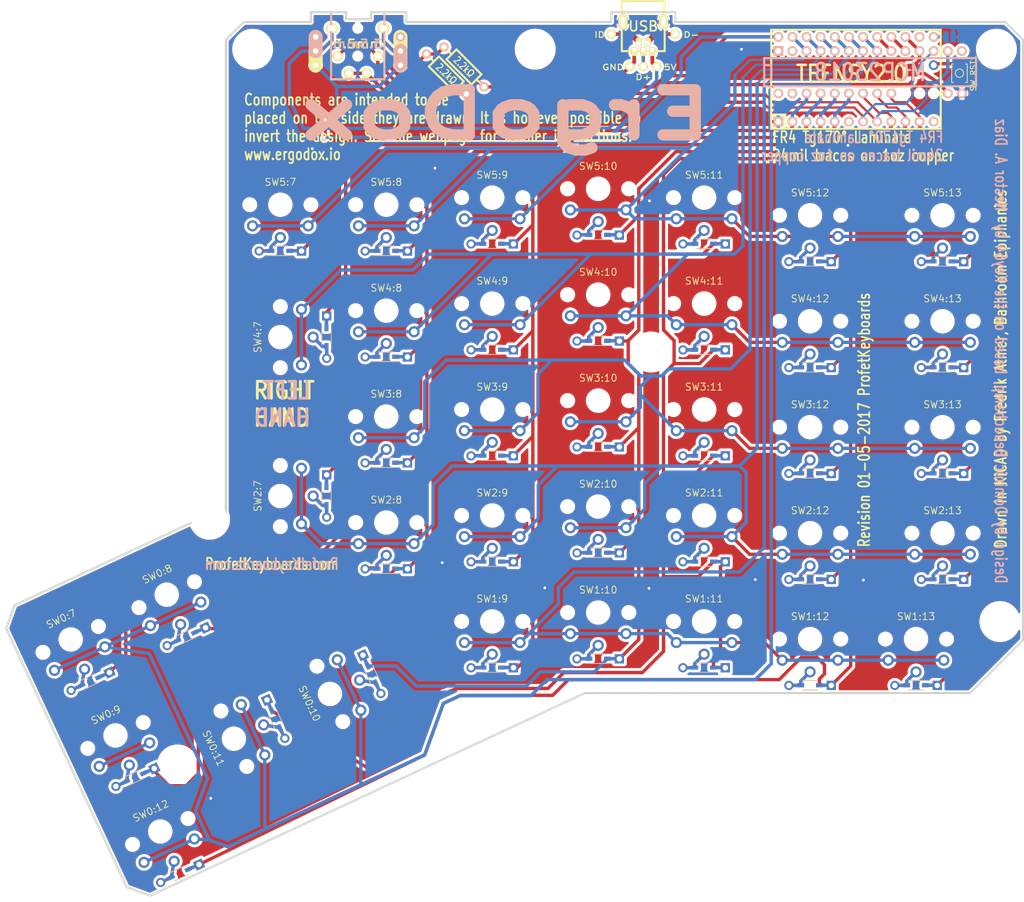
<source format=kicad_pcb>
(kicad_pcb (version 20211014) (generator pcbnew)
  (layers (0 "F.Cu" signal "Front") (31 "B.Cu" signal "Back") (34 "B.Paste" user) (35 "F.Paste" user) (36 "B.SilkS" user "B.Silkscreen") (37 "F.SilkS" user "F.Silkscreen") (38 "B.Mask" user) (39 "F.Mask" user) (44 "Edge.Cuts" user))
  (net 0 "")
  (net 1 "/COL0")
  (net 2 "/COL1")
  (net 3 "/COL10")
  (net 4 "/COL11")
  (net 5 "/COL4")
  (net 6 "/COL5")
  (net 7 "/COL6")
  (net 8 "/LED_A")
  (net 9 "/LED_B")
  (net 10 "/LED_C")
  (net 11 "/ROW0")
  (net 12 "/ROW1")
  (net 13 "/ROW2")
  (net 14 "/ROW3")
  (net 15 "/ROW4")
  (net 16 "/ROW5")
  (net 17 "/SCLM")
  (net 18 "/SDAM")
  (net 19 "GND")
  (net 20 "VCC")
  (net 21 "Net-(J1-Pad1)")
  (net 22 "/Net-(J1-Pad2)")
  (net 23 "/Net-(J1-Pad3)")
  (net 24 "/Net-(J1-Pad4)")
  (net 25 "Net-(J1-Pad5)")
  (net 26 "Net-(SW0:7-Pad2)")
  (net 27 "Net-(SW0:8-Pad2)")
  (net 28 "Net-(SW0:9-Pad2)")
  (net 29 "Net-(SW0:10-Pad2)")
  (net 30 "Net-(SW0:11-Pad2)")
  (net 31 "Net-(SW0:12-Pad2)")
  (net 32 "Net-(SW1:9-Pad2)")
  (net 33 "Net-(SW1:10-Pad2)")
  (net 34 "Net-(SW1:11-Pad2)")
  (net 35 "Net-(SW1:12-Pad2)")
  (net 36 "Net-(SW1:13-Pad2)")
  (net 37 "Net-(SW2:7-Pad2)")
  (net 38 "Net-(SW2:8-Pad2)")
  (net 39 "Net-(SW2:9-Pad2)")
  (net 40 "Net-(SW2:10-Pad2)")
  (net 41 "Net-(SW2:11-Pad2)")
  (net 42 "Net-(SW2:12-Pad2)")
  (net 43 "Net-(SW2:13-Pad2)")
  (net 44 "Net-(SW3:8-Pad2)")
  (net 45 "Net-(SW3:9-Pad2)")
  (net 46 "Net-(SW3:10-Pad2)")
  (net 47 "Net-(SW3:11-Pad2)")
  (net 48 "Net-(SW3:12-Pad2)")
  (net 49 "Net-(SW3:13-Pad2)")
  (net 50 "Net-(SW4:7-Pad2)")
  (net 51 "Net-(SW4:8-Pad2)")
  (net 52 "Net-(SW4:9-Pad2)")
  (net 53 "Net-(SW4:10-Pad2)")
  (net 54 "Net-(SW4:11-Pad2)")
  (net 55 "Net-(SW4:12-Pad2)")
  (net 56 "Net-(SW4:13-Pad2)")
  (net 57 "Net-(SW5:7-Pad2)")
  (net 58 "Net-(SW5:8-Pad2)")
  (net 59 "Net-(SW5:9-Pad2)")
  (net 60 "Net-(SW5:10-Pad2)")
  (net 61 "Net-(SW5:11-Pad2)")
  (net 62 "Net-(SW5:12-Pad2)")
  (net 63 "Net-(SW5:13-Pad2)")
  (net 64 "/Net-(U1-Pad12)")
  (net 65 "/Net-(U1-Pad19)")
  (net 67 "/Net-(U2-Pad27)")
  (net 69 "/RST")
  (footprint "ErgoDOX pcb:SW_choc_Reversible_1u" (layer "F.Cu") (at 186.69 143.20266)
    (fp_text reference "SW1:13")
    (fp_text value "SW1:0" hide)
  )
  (footprint "ErgoDOX pcb:SW_choc_Reversible_1u" (layer "F.Cu") (at 129.54 138.43)
    (fp_text reference "SW1:10")
    (fp_text value "SW1:3" hide)
  )
  (footprint "ErgoDOX pcb:SW_choc_Reversible_1u" (layer "F.Cu") (at 110.49 140.02766)
    (fp_text reference "SW1:9")
    (fp_text value "SW1:4" hide)
  )
  (footprint "ErgoDOX pcb:SW_choc_Reversible_1u" (layer "F.Cu") (at 191.4525 124.15266)
    (fp_text reference "SW2:13")
    (fp_text value "SW2:0" hide)
  )
  (footprint "ErgoDOX pcb:SW_choc_Reversible_1u" (layer "F.Cu") (at 129.54 119.38)
    (fp_text reference "SW2:10")
    (fp_text value "SW2:3" hide)
  )
  (footprint "ErgoDOX pcb:SW_choc_Reversible_1u" (layer "F.Cu") (at 110.49 120.97766)
    (fp_text reference "SW2:9")
    (fp_text value "SW2:4" hide)
  )
  (footprint "ErgoDOX pcb:SW_choc_Reversible_1u" (layer "F.Cu") (at 72.39 117.48516 90)
    (fp_text reference "SW2:7")
    (fp_text value "SW2:6" hide)
  )
  (footprint "ErgoDOX pcb:SW_choc_Reversible_1u" (layer "F.Cu") (at 191.4525 105.10266)
    (fp_text reference "SW3:13")
    (fp_text value "SW3:0" hide)
  )
  (footprint "ErgoDOX pcb:SW_choc_Reversible_1u" (layer "F.Cu") (at 148.59 101.92766)
    (fp_text reference "SW3:11")
    (fp_text value "SW3:2" hide)
  )
  (footprint "ErgoDOX pcb:SW_choc_Reversible_1u" (layer "F.Cu") (at 129.54 100.33)
    (fp_text reference "SW3:10")
    (fp_text value "SW3:3" hide)
  )
  (footprint "ErgoDOX pcb:SW_choc_Reversible_1u" (layer "F.Cu") (at 110.49 101.92766)
    (fp_text reference "SW3:9")
    (fp_text value "SW3:4" hide)
  )
  (footprint "ErgoDOX pcb:SW_choc_Reversible_1u" (layer "F.Cu") (at 91.44 103.19766)
    (fp_text reference "SW3:8")
    (fp_text value "SW3:5" hide)
  )
  (footprint "ErgoDOX pcb:SW_choc_Reversible_1u" (layer "F.Cu") (at 191.4525 86.05266)
    (fp_text reference "SW4:13")
    (fp_text value "SW4:0" hide)
  )
  (footprint "ErgoDOX pcb:SW_choc_Reversible_1u" (layer "F.Cu") (at 167.64 86.05266)
    (fp_text reference "SW4:12")
    (fp_text value "SW4:1" hide)
  )
  (footprint "ErgoDOX pcb:SW_choc_Reversible_1u" (layer "F.Cu") (at 148.59 82.87766)
    (fp_text reference "SW4:11")
    (fp_text value "SW4:2" hide)
  )
  (footprint "ErgoDOX pcb:SW_choc_Reversible_1u" (layer "F.Cu") (at 129.54 81.28)
    (fp_text reference "SW4:10")
    (fp_text value "SW4:3" hide)
  )
  (footprint "ErgoDOX pcb:SW_choc_Reversible_1u" (layer "F.Cu") (at 110.49 82.87766)
    (fp_text reference "SW4:9")
    (fp_text value "SW4:4" hide)
  )
  (footprint "ErgoDOX pcb:SW_choc_Reversible_1u" (layer "F.Cu") (at 91.44 84.14766)
    (fp_text reference "SW4:8")
    (fp_text value "SW4:5" hide)
  )
  (footprint "ErgoDOX pcb:SW_choc_Reversible_1u" (layer "F.Cu") (at 72.39 88.91016 90)
    (fp_text reference "SW4:7")
    (fp_text value "SW4:6" hide)
  )
  (footprint "ErgoDOX pcb:SW_choc_Reversible_1u" (layer "F.Cu") (at 81.30286 153.06548 115)
    (fp_text reference "SW0:10")
    (fp_text value "SW0:3" hide)
  )
  (footprint "ErgoDOX pcb:SW_choc_Reversible_1u" (layer "F.Cu") (at 50.8 177.8 25)
    (fp_text reference "SW0:12")
    (fp_text value "SW0:1" hide)
  )
  (footprint "ErgoDOX pcb:SW_choc_Reversible_1u" (layer "F.Cu") (at 64.03848 161.11728 115)
    (fp_text reference "SW0:11")
    (fp_text value "SW0:2" hide)
  )
  (footprint "ErgoDOX pcb:SW_choc_Reversible_1u" (layer "F.Cu") (at 42.7482 160.53308 25)
    (fp_text reference "SW0:9")
    (fp_text value "SW0:4" hide)
  )
  (footprint "ErgoDOX pcb:SW_choc_Reversible_1u" (layer "F.Cu") (at 34.69894 143.2687 25)
    (fp_text reference "SW0:7")
    (fp_text value "SW0:6" hide)
  )
  (footprint "ErgoDOX pcb:SW_choc_Reversible_1u" (layer "F.Cu") (at 148.59 140.02766)
    (fp_text reference "SW1:11")
    (fp_text value "SW1:2" hide)
  )
  (footprint "ErgoDOX pcb:SW_choc_Reversible_1u" (layer "F.Cu") (at 51.96332 135.21944 25)
    (fp_text reference "SW0:8")
    (fp_text value "SW0:5" hide)
  )
  (footprint "RESISTOR" (layer "F.Cu") (at 105.41 40.3225 -45)
    (fp_text reference "R1" hide)
    (fp_text value "2.2kΩ")
  )
  (footprint "4pin35mmAudio" (layer "F.Cu") (at 86.3092 30.48 -90)
    (fp_text reference "J2" hide)
    (fp_text value "3.5mm")
  )
  (footprint "100PITCH1X3" (layer "F.Cu") (at 78.74 37.465 90)
    (fp_text reference "J4" hide)
    (fp_text value "JMP" hide)
  )
  (footprint "RESISTOR" (layer "F.Cu") (at 102.235 41.5925 -45)
    (fp_text reference "R2" hide)
    (fp_text value "2.2kΩ")
  )
  (footprint "USBMINImod" (layer "F.Cu") (at 137.6426 30.48 -90)
    (fp_text reference "J1" hide)
    (fp_text value "USB")
  )
  (footprint "ErgoDOX pcb:SW_choc_Reversible_1u" (layer "F.Cu") (at 191.4525 67.0052)
    (fp_text reference "SW5:13")
    (fp_text value "SW5:0" hide)
  )
  (footprint "ErgoDOX pcb:SW_choc_Reversible_1u" (layer "F.Cu") (at 110.49 63.82766)
    (fp_text reference "SW5:9")
    (fp_text value "SW5:4" hide)
  )
  (footprint "marbastlib:SW_choc_Reversible_1u" (layer "F.Cu") (at 129.54 62.23)
    (fp_text reference "SW5:10")
    (fp_text value "SW5:3" hide)
  )
  (footprint "marbastlib:SW_choc_Reversible_1u" (layer "F.Cu") (at 148.59 63.82766)
    (fp_text reference "SW5:11")
    (fp_text value "SW5:2" hide)
  )
  (footprint "ErgoDOX pcb:SW_choc_Reversible_1u" (layer "F.Cu") (at 167.64 67.0052)
    (fp_text reference "SW5:12")
    (fp_text value "SW5:1" hide)
  )
  (footprint "ErgoDOX pcb:SW_choc_Reversible_1u" (layer "F.Cu") (at 91.44 65.1002)
    (fp_text reference "SW5:8")
    (fp_text value "SW5:5" hide)
  )
  (footprint "ErgoDOX pcb:SW_choc_Reversible_1u" (layer "F.Cu") (at 72.39 65.1002)
    (fp_text reference "SW5:7")
    (fp_text value "SW5:6" hide)
  )
  (footprint "ErgoDOX pcb:SW_choc_Reversible_1u" (layer "F.Cu") (at 148.59 120.97766)
    (fp_text reference "SW2:11")
    (fp_text value "SW2:2" hide)
  )
  (footprint "ErgoDOX pcb:SW_choc_Reversible_1u" (layer "F.Cu") (at 91.44 122.24766)
    (fp_text reference "SW2:8")
    (fp_text value "SW2:5" hide)
  )
  (footprint "ErgoDOX pcb:SW_choc_Reversible_1u" (layer "F.Cu") (at 167.64 105.10266)
    (fp_text reference "SW3:12")
    (fp_text value "SW3:1" hide)
  )
  (footprint "ErgoDOX pcb:SW_choc_Reversible_1u" (layer "F.Cu") (at 167.64 124.15266)
    (fp_text reference "SW2:12")
    (fp_text value "SW2:1" hide)
  )
  (footprint "ErgoDOX pcb:SW_choc_Reversible_1u" (layer "F.Cu") (at 167.64 143.20266)
    (fp_text reference "SW1:12")
    (fp_text value "SW1:1" hide)
  )
  (footprint "ErgoDOXmech" (layer "F.Cu") (at 50.8 177.8)
    (fp_text reference "H99" hide)
    (fp_text value "MECHANICAL" hide)
  )
  (footprint "ErgoDOX pcb:TEENSY_2.0_WITH_RESET" (layer "F.Cu") (at 175.895 42.545)
    (fp_text reference "U1" hide)
    (fp_text value "TEENSY2.0")
  )
  (footprint "GAP" (layer "F.Cu") (at 186.13 40.89)
    (fp_text reference "JP1" hide)
    (fp_text value "JUMPER" hide)
  )
  (footprint "lib_footprints:STITCHING_VIA" (layer "F.Cu") (at 138.75 64.4)
    (fp_text reference "STITCHING_VIA")
    (fp_text value "~" hide)
  )
  (footprint "lib_footprints:STITCHING_VIA" (layer "F.Cu") (at 78.13 55.02)
    (fp_text reference "STITCHING_VIA")
    (fp_text value "~" hide)
  )
  (footprint "lib_footprints:STITCHING_VIA" (layer "F.Cu") (at 174.46 54.43)
    (fp_text reference "STITCHING_VIA")
    (fp_text value "~" hide)
  )
  (footprint "lib_footprints:STITCHING_VIA" (layer "F.Cu") (at 155.3 37.14)
    (fp_text reference "STITCHING_VIA")
    (fp_text value "~" hide)
  )
  (footprint "lib_footprints:STITCHING_VIA" (layer "F.Cu") (at 101.49 129.46)
    (fp_text reference "STITCHING_VIA")
    (fp_text value "~" hide)
  )
  (footprint "lib_footprints:STITCHING_VIA" (layer "F.Cu") (at 59.87 171.84)
    (fp_text reference "STITCHING_VIA")
    (fp_text value "~" hide)
  )
  (footprint "lib_footprints:STITCHING_VIA" (layer "F.Cu") (at 119.94 134)
    (fp_text reference "STITCHING_VIA")
    (fp_text value "~" hide)
  )
  (footprint "lib_footprints:STITCHING_VIA" (layer "F.Cu") (at 138.67 134.08)
    (fp_text reference "STITCHING_VIA")
    (fp_text value "~" hide)
  )
  (footprint "lib_footprints:STITCHING_VIA" (layer "F.Cu") (at 157.79 132.51)
    (fp_text reference "STITCHING_VIA")
    (fp_text value "~" hide)
  )
  (footprint "lib_footprints:STITCHING_VIA" (layer "F.Cu") (at 177.24 132.59)
    (fp_text reference "STITCHING_VIA")
    (fp_text value "~" hide)
  )
  (footprint "lib_footprints:STITCHING_VIA" (layer "F.Cu") (at 100.19 58.53)
    (fp_text reference "STITCHING_VIA")
    (fp_text value "~" hide)
  )
  (footprint "Buttons_Switches_SMD:SW_SPST_B3U-1000P" (layer "F.Cu") (at 194.5 41.45 -90)
    (fp_text reference "SW_RST1")
    (fp_text value "SWITCH_PUSH")
  )
  (footprint "DIP28_300" (layer "B.Cu") (at 178.435 41.275)
    (fp_text reference "U2" hide)
    (fp_text value "MCP23018")
  )
  (footprint "100PITCH1X3" (layer "B.Cu") (at 93.98 37.465 90)
    (fp_text reference "J3" hide)
    (fp_text value "JMP" hide)
  )
  (footprint "GAP" (layer "B.Cu") (at 192.7225 34.925 -90)
    (fp_text reference "JP2" hide)
    (fp_text value "JUMPER" hide)
  )
  (gr_line (start 77.8764 32.258) (end 65.8114 32.258) (layer "Edge.Cuts") (width 0.381))
  (gr_line (start 84.2137 31.75) (end 84.2137 30.48) (layer "Edge.Cuts") (width 0.381))
  (gr_line (start 131.9022 32.258) (end 95.0468 32.258) (layer "Edge.Cuts") (width 0.381))
  (gr_line (start 88.7095 31.75) (end 84.2137 31.75) (layer "Edge.Cuts") (width 0.381))
  (gr_line (start 44.76496 187.81776) (end 48.9839 189.35192) (layer "Edge.Cuts") (width 0.381))
  (gr_line (start 88.7095 30.48) (end 88.7095 31.75) (layer "Edge.Cuts") (width 0.381))
  (gr_line (start 95.0468 30.48) (end 88.7095 30.48) (layer "Edge.Cuts") (width 0.381))
  (gr_line (start 202.7428 32.258) (end 143.4084 32.258) (layer "Edge.Cuts") (width 0.381))
  (gr_line (start 62.611 35.433) (end 62.611 121.666) (layer "Edge.Cuts") (width 0.381))
  (gr_line (start 65.8114 32.258) (end 62.611 35.433) (layer "Edge.Cuts") (width 0.381))
  (gr_line (start 24.61768 137.0965) (end 23.08098 141.31544) (layer "Edge.Cuts") (width 0.381))
  (gr_line (start 95.0468 32.258) (end 95.0468 30.48) (layer "Edge.Cuts") (width 0.381))
  (gr_line (start 196.3928 152.908) (end 205.9178 143.383) (layer "Edge.Cuts") (width 0.381))
  (gr_line (start 62.611 121.666) (end 57.7088 121.666) (layer "Edge.Cuts") (width 0.381))
  (gr_line (start 127.1524 152.908) (end 196.3928 152.908) (layer "Edge.Cuts") (width 0.381))
  (gr_line (start 205.9178 35.433) (end 202.7428 32.258) (layer "Edge.Cuts") (width 0.381))
  (gr_line (start 131.9022 30.48) (end 131.9022 32.258) (layer "Edge.Cuts") (width 0.381))
  (gr_line (start 77.8764 30.48) (end 77.8764 32.258) (layer "Edge.Cuts") (width 0.381))
  (gr_line (start 84.2137 30.48) (end 77.8764 30.48) (layer "Edge.Cuts") (width 0.381))
  (gr_line (start 205.9178 143.383) (end 205.9178 35.433) (layer "Edge.Cuts") (width 0.381))
  (gr_line (start 143.4084 32.258) (end 143.4084 30.48) (layer "Edge.Cuts") (width 0.381))
  (gr_line (start 57.7088 121.666) (end 24.61768 137.0965) (layer "Edge.Cuts") (width 0.381))
  (gr_line (start 143.4084 30.48) (end 131.9022 30.48) (layer "Edge.Cuts") (width 0.381))
  (gr_line (start 23.08098 141.31544) (end 44.76496 187.81776) (layer "Edge.Cuts") (width 0.381))
  (gr_line (start 48.9839 189.35192) (end 127.1524 152.908) (layer "Edge.Cuts") (width 0.381))
  (gr_text "ProfetKeyboards.com" (at 70.83 129.73) (layer "B.SilkS") (effects (font (size 2.032 1.524) (thickness 0.3048)) (justify mirror)))
  (gr_text "Design by Dominic Beauchamp, based on the Key64 by  Nestor A. Diaz" (at 201.93 91.44 270) (layer "B.SilkS") (effects (font (size 2.032 1.524) (thickness 0.3048)) (justify mirror)))
  (gr_text "ErgoDox" (at 113.03 48.895) (layer "B.SilkS") (effects (font (size 8.128 12.192) (thickness 2.032)) (justify mirror)))
  (gr_text "FR4 Tg170° Laminate\n24mil traces on 1oz copper " (at 191.77 54.61) (layer "B.SilkS") (effects (font (size 2.032 1.524) (thickness 0.3048)) (justify left mirror)))
  (gr_text "LEFT\nHAND" (at 78.105 100.965) (layer "B.SilkS") (effects (font (size 3.048 2.54) (thickness 0.508)) (justify left mirror)))
  (gr_text "ID" (at 129.794 34.544) (layer "F.SilkS") (effects (font (size 1.016 1.27) (thickness 0.2032))))
  (gr_text "ProfetKeyboards.com" (at 70.86 129.7) (layer "F.SilkS") (effects (font (size 2.032 1.524) (thickness 0.3048))))
  (gr_text "D+" (at 137.668 42.164) (layer "F.SilkS") (effects (font (size 1.016 1.27) (thickness 0.2032))))
  (gr_text "FR4 Tg170° Laminate\n24mil traces on 1oz copper " (at 160.655 54.61) (layer "F.SilkS") (effects (font (size 2.032 1.524) (thickness 0.3048)) (justify left)))
  (gr_text "RIGHT\nHAND" (at 67.31 100.965) (layer "F.SilkS") (effects (font (size 3.048 2.54) (thickness 0.508)) (justify left)))
  (gr_text "Revision 01-05-2017 ProfetKeyboards" (at 177.36 126.86 90) (layer "F.SilkS") (effects (font (size 2.032 1.524) (thickness 0.3048)) (justify left)))
  (gr_text "GND" (at 132.207 40.386) (layer "F.SilkS") (effects (font (size 1.016 1.27) (thickness 0.2032))))
  (gr_text "5V" (at 142.494 40.386) (layer "F.SilkS") (effects (font (size 1.016 1.27) (thickness 0.2032))))
  (gr_text "Drawn in KiCAD by Fredrik Atmer, Bathroom Epiphanies" (at 201.93 127 90) (layer "F.SilkS") (effects (font (size 2.032 1.524) (thickness 0.3048)) (justify left)))
  (gr_text "Components are intended to be\nplaced on the side they are drawn. It is however possible to\ninvert the design. See the webpage for further instructions.\nwww.ergodox.io" (at 65.7 51.12) (layer "F.SilkS") (effects (font (size 2.032 1.524) (thickness 0.3048)) (justify left)))
  (gr_text "D-" (at 146.30146 34.544) (layer "F.SilkS") (effects (font (size 1.016 1.27) (thickness 0.2032))))
  (segment (start 182.245 46.0375) (end 182.88 46.6725) (width 0.4064) (layer "F.Cu") (net 1))
  (segment (start 182.88 46.6725) (end 184.785 46.6725) (width 0.4064) (layer "F.Cu") (net 1))
  (segment (start 184.785 46.6725) (end 187.325 49.2125) (width 0.4064) (layer "F.Cu") (net 1))
  (segment (start 187.325 49.2125) (end 187.325 50.165) (width 0.4064) (layer "F.Cu") (net 1))
  (segment (start 187.325 51.1175) (end 198.755 62.5475) (width 0.6096) (layer "F.Cu") (net 1))
  (segment (start 198.755 106.69016) (end 198.755 90.9574) (width 0.6096) (layer "F.Cu") (net 1))
  (segment (start 195.2625 113.3475) (end 198.755 109.855) (width 0.6) (layer "F.Cu") (net 1))
  (segment (start 190.5 151.53386) (end 195.59778 146.43608) (width 0.6) (layer "F.Cu") (net 1))
  (segment (start 187.325 50.165) (end 187.325 51.1175) (width 0.6096) (layer "F.Cu") (net 1))
  (segment (start 198.6915 71.9074) (end 198.755 71.9074) (width 0.6) (layer "F.Cu") (net 1))
  (segment (start 198.755 62.5475) (end 198.755 71.9074) (width 0.6096) (layer "F.Cu") (net 1))
  (segment (start 193.1325 75.2992) (end 195.2253 75.2992) (width 0.6) (layer "F.Cu") (net 1))
  (segment (start 198.755 128.7526) (end 198.755 125.74016) (width 0.6096) (layer "F.Cu") (net 1))
  (segment (start 193.1325 132.44666) (end 195.2253 132.44666) (width 0.6) (layer "F.Cu") (net 1))
  (segment (start 182.245 45.085) (end 182.245 46.0375) (width 0.4064) (layer "F.Cu") (net 1))
  (segment (start 193.1325 94.34666) (end 195.2253 94.34666) (width 0.6) (layer "F.Cu") (net 1))
  (segment (start 195.2625 132.48386) (end 198.755 128.99136) (width 0.6) (layer "F.Cu") (net 1))
  (segment (start 195.2625 75.3364) (end 198.6915 71.9074) (width 0.6) (layer "F.Cu") (net 1))
  (segment (start 193.1325 113.39666) (end 195.2253 113.39666) (width 0.6) (layer "F.Cu") (net 1))
  (segment (start 195.59778 136.82218) (end 198.755 133.66496) (width 0.6096) (layer "F.Cu") (net 1))
  (segment (start 195.59778 146.43608) (end 195.59778 136.82218) (width 0.6) (layer "F.Cu") (net 1))
  (segment (start 195.2625 94.38386) (end 198.68896 90.9574) (width 0.6) (layer "F.Cu") (net 1))
  (segment (start 198.755 128.99136) (end 198.755 128.7526) (width 0.6) (layer "F.Cu") (net 1))
  (segment (start 198.755 90.9574) (end 198.755 87.64016) (width 0.6096) (layer "F.Cu") (net 1))
  (segment (start 198.755 125.74016) (end 198.755 109.855) (width 0.6096) (layer "F.Cu") (net 1))
  (segment (start 188.37 151.49666) (end 190.4628 151.49666) (width 0.6) (layer "F.Cu") (net 1))
  (segment (start 198.68896 90.9574) (end 198.755 90.9574) (width 0.6) (layer "F.Cu") (net 1))
  (segment (start 198.755 109.855) (end 198.755 106.69016) (width 0.6096) (layer "F.Cu") (net 1))
  (segment (start 198.755 133.66496) (end 198.755 128.7526) (width 0.6096) (layer "F.Cu") (net 1))
  (segment (start 198.755 87.64016) (end 198.755 71.9074) (width 0.6096) (layer "F.Cu") (net 1))
  (segment (start 193.1325 94.34666) (end 195.2253 94.34666) (width 0.6) (layer "B.Cu") (net 1))
  (segment (start 193.1325 113.39666) (end 195.2253 113.39666) (width 0.6) (layer "B.Cu") (net 1))
  (segment (start 193.1325 132.44666) (end 195.2253 132.44666) (width 0.6) (layer "B.Cu") (net 1))
  (segment (start 193.1325 75.2992) (end 195.2253 75.2992) (width 0.6) (layer "B.Cu") (net 1))
  (segment (start 188.37 151.49666) (end 190.4628 151.49666) (width 0.6) (layer "B.Cu") (net 1))
  (segment (start 179.705 45.72) (end 181.61 47.625) (width 0.4064) (layer "F.Cu") (net 2))
  (segment (start 181.61 47.625) (end 183.1975 47.625) (width 0.4064) (layer "F.Cu") (net 2))
  (segment (start 183.1975 47.625) (end 184.785 49.2125) (width 0.4064) (layer "F.Cu") (net 2))
  (segment (start 184.785 49.2125) (end 184.785 50.165) (width 0.4064) (layer "F.Cu") (net 2))
  (segment (start 184.785 51.1175) (end 174.9425 60.96) (width 0.6096) (layer "F.Cu") (net 2))
  (segment (start 98.33356 164.04336) (end 101.71176 154.75966) (width 0.6096) (layer "F.Cu") (net 2))
  (segment (start 101.71176 154.75966) (end 104.72928 153.3525) (width 0.6096) (layer "F.Cu") (net 2))
  (segment (start 174.9425 110.0709) (end 174.9425 106.69016) (width 0.6096) (layer "F.Cu") (net 2))
  (segment (start 169.32 94.34666) (end 171.4128 94.34666) (width 0.6) (layer "F.Cu") (net 2))
  (segment (start 174.9425 90.2589) (end 174.9425 87.64016) (width 0.6096) (layer "F.Cu") (net 2))
  (segment (start 57.77395 183.740456) (end 98.33356 164.04336) (width 0.6) (layer "F.Cu") (net 2))
  (segment (start 170.2308 147.828) (end 168.91 146.5072) (width 0.6) (layer "F.Cu") (net 2))
  (segment (start 174.9425 128.99136) (end 174.9425 128.6891) (width 0.6) (layer "F.Cu") (net 2))
  (segment (start 121.3612 153.3144) (end 124.1806 150.495) (width 0.6) (layer "F.Cu") (net 2))
  (segment (start 169.32 151.49666) (end 171.4128 151.49666) (width 0.6) (layer "F.Cu") (net 2))
  (segment (start 169.32 75.2992) (end 171.4128 75.2992) (width 0.6) (layer "F.Cu") (net 2))
  (segment (start 174.9425 144.2847) (end 174.9425 128.6891) (width 0.6096) (layer "F.Cu") (net 2))
  (segment (start 169.32 151.49666) (end 169.32 150.3644) (width 0.6) (layer "F.Cu") (net 2))
  (segment (start 174.9425 106.69016) (end 174.9425 90.2589) (width 0.6096) (layer "F.Cu") (net 2))
  (segment (start 169.32 132.44666) (end 171.4128 132.44666) (width 0.6) (layer "F.Cu") (net 2))
  (segment (start 171.45 132.48386) (end 174.9425 128.99136) (width 0.6) (layer "F.Cu") (net 2))
  (segment (start 117.5131 153.3144) (end 121.3612 153.3144) (width 0.6) (layer "F.Cu") (net 2))
  (segment (start 174.9425 128.6891) (end 174.9425 125.74016) (width 0.6096) (layer "F.Cu") (net 2))
  (segment (start 157.7975 150.495) (end 124.1806 150.495) (width 0.6096) (layer "F.Cu") (net 2))
  (segment (start 174.9425 148.04136) (end 174.9425 144.2847) (width 0.6) (layer "F.Cu") (net 2))
  (segment (start 171.45 113.43386) (end 174.81296 110.0709) (width 0.6) (layer "F.Cu") (net 2))
  (segment (start 170.2308 149.4536) (end 170.2308 147.828) (width 0.6) (layer "F.Cu") (net 2))
  (segment (start 168.91 146.5072) (end 166.0652 146.5072) (width 0.6) (layer "F.Cu") (net 2))
  (segment (start 117.475 153.3525) (end 117.5131 153.3144) (width 0.6) (layer "F.Cu") (net 2))
  (segment (start 162.0774 150.495) (end 157.7975 150.495) (width 0.6) (layer "F.Cu") (net 2))
  (segment (start 174.9425 71.8439) (end 174.9425 71.6407) (width 0.6) (layer "F.Cu") (net 2))
  (segment (start 171.45 94.38386) (end 174.9425 90.89136) (width 0.6) (layer "F.Cu") (net 2))
  (segment (start 55.827793 184.606918) (end 57.77395 183.740456) (width 0.6) (layer "F.Cu") (net 2))
  (segment (start 174.9425 125.74016) (end 174.9425 110.0709) (width 0.6096) (layer "F.Cu") (net 2))
  (segment (start 174.9425 90.89136) (end 174.9425 90.2589) (width 0.6) (layer "F.Cu") (net 2))
  (segment (start 171.45 75.3364) (end 174.9425 71.8439) (width 0.6) (layer "F.Cu") (net 2))
  (segment (start 169.32 113.39666) (end 171.4128 113.39666) (width 0.6) (layer "F.Cu") (net 2))
  (segment (start 184.785 50.165) (end 184.785 51.1175) (width 0.6096) (layer "F.Cu") (net 2))
  (segment (start 174.9425 71.6407) (end 174.9425 87.64016) (width 0.6096) (layer "F.Cu") (net 2))
  (segment (start 171.45 151.53386) (end 174.9425 148.04136) (width 0.6) (layer "F.Cu") (net 2))
  (segment (start 166.0652 146.5072) (end 162.0774 150.495) (width 0.6) (layer "F.Cu") (net 2))
  (segment (start 104.72928 153.3525) (end 117.475 153.3525) (width 0.6096) (layer "F.Cu") (net 2))
  (segment (start 174.9425 60.96) (end 174.9425 71.6407) (width 0.6096) (layer "F.Cu") (net 2))
  (segment (start 169.32 150.3644) (end 170.2308 149.4536) (width 0.6) (layer "F.Cu") (net 2))
  (segment (start 174.81296 110.0709) (end 174.9425 110.0709) (width 0.6) (layer "F.Cu") (net 2))
  (segment (start 55.827793 184.606918) (end 57.77395 183.740456) (width 0.6) (layer "B.Cu") (net 2))
  (segment (start 169.32 151.49666) (end 171.4128 151.49666) (width 0.6) (layer "B.Cu") (net 2))
  (segment (start 169.32 75.2992) (end 171.4128 75.2992) (width 0.6) (layer "B.Cu") (net 2))
  (segment (start 169.32 132.44666) (end 171.4128 132.44666) (width 0.6) (layer "B.Cu") (net 2))
  (segment (start 169.32 113.39666) (end 171.4128 113.39666) (width 0.6) (layer "B.Cu") (net 2))
  (segment (start 169.32 94.34666) (end 171.4128 94.34666) (width 0.6) (layer "B.Cu") (net 2))
  (segment (start 136.8425 95.5675) (end 134.9375 93.6625) (width 0.6096) (layer "F.Cu") (net 3))
  (segment (start 134.9375 93.6625) (end 134.9375 89.535) (width 0.6096) (layer "F.Cu") (net 3))
  (segment (start 134.9375 89.535) (end 136.8425 87.63) (width 0.6096) (layer "F.Cu") (net 3))
  (segment (start 136.8425 87.63) (end 136.8425 67.1195) (width 0.6096) (layer "F.Cu") (net 3))
  (segment (start 136.8425 105.2195) (end 136.8425 95.5675) (width 0.6096) (layer "F.Cu") (net 3))
  (segment (start 136.8425 62.23) (end 143.51 55.5625) (width 0.6096) (layer "F.Cu") (net 3))
  (segment (start 172.085 51.1175) (end 167.64 55.5625) (width 0.6096) (layer "F.Cu") (net 3))
  (segment (start 167.64 55.5625) (end 143.51 55.5625) (width 0.6096) (layer "F.Cu") (net 3))
  (segment (start 133.35 70.5612) (end 136.7917 67.1195) (width 0.6) (layer "F.Cu") (net 3))
  (segment (start 136.8425 143.2687) (end 136.8425 140.0175) (width 0.6) (layer "F.Cu") (net 3))
  (segment (start 131.22 89.574) (end 133.3128 89.574) (width 0.6) (layer "F.Cu") (net 3))
  (segment (start 136.7917 105.2195) (end 136.8425 105.2195) (width 0.6) (layer "F.Cu") (net 3))
  (segment (start 136.7917 67.1195) (end 136.8425 67.1195) (width 0.6) (layer "F.Cu") (net 3))
  (segment (start 136.8425 124.2187) (end 136.8425 120.9675) (width 0.6096) (layer "F.Cu") (net 3))
  (segment (start 136.8425 140.0175) (end 136.8425 124.2187) (width 0.6096) (layer "F.Cu") (net 3))
  (segment (start 133.35 108.6612) (end 136.7917 105.2195) (width 0.6) (layer "F.Cu") (net 3))
  (segment (start 133.35 146.7612) (end 136.8425 143.2687) (width 0.6) (layer "F.Cu") (net 3))
  (segment (start 172.085 50.165) (end 172.085 51.1175) (width 0.6096) (layer "F.Cu") (net 3))
  (segment (start 136.8425 120.9675) (end 136.8425 105.2195) (width 0.6096) (layer "F.Cu") (net 3))
  (segment (start 131.22 70.524) (end 133.3128 70.524) (width 0.6) (layer "F.Cu") (net 3))
  (segment (start 88.109778 148.037687) (end 87.243316 146.09153) (width 0.6) (layer "F.Cu") (net 3))
  (segment (start 134.8613 89.6112) (end 134.9375 89.535) (width 0.6) (layer "F.Cu") (net 3))
  (segment (start 131.22 127.674) (end 133.3128 127.674) (width 0.6) (layer "F.Cu") (net 3))
  (segment (start 131.22 108.624) (end 133.3128 108.624) (width 0.6) (layer "F.Cu") (net 3))
  (segment (start 131.22 146.724) (end 133.3128 146.724) (width 0.6) (layer "F.Cu") (net 3))
  (segment (start 133.35 127.7112) (end 136.8425 124.2187) (width 0.6) (layer "F.Cu") (net 3))
  (segment (start 136.8425 67.1195) (end 136.8425 62.23) (width 0.6096) (layer "F.Cu") (net 3))
  (segment (start 133.35 89.6112) (end 134.8613 89.6112) (width 0.6) (layer "F.Cu") (net 3))
  (segment (start 174.625 46.355) (end 172.085 48.895) (width 0.6096) (layer "B.Cu") (net 3))
  (segment (start 172.085 48.895) (end 172.085 50.165) (width 0.6096) (layer "B.Cu") (net 3))
  (segment (start 174.625 45.085) (end 174.625 46.355) (width 0.6096) (layer "B.Cu") (net 3))
  (segment (start 131.22 146.724) (end 133.3128 146.724) (width 0.6) (layer "B.Cu") (net 3))
  (segment (start 119.1768 149.098) (end 116.6368 151.638) (width 0.6) (layer "B.Cu") (net 3))
  (segment (start 131.22 146.724) (end 128.846 149.098) (width 0.6) (layer "B.Cu") (net 3))
  (segment (start 93.224487 148.037687) (end 96.8248 151.638) (width 0.6) (layer "B.Cu") (net 3))
  (segment (start 128.846 149.098) (end 128.778 149.098) (width 0.6) (layer "B.Cu") (net 3))
  (segment (start 128.778 149.098) (end 119.1768 149.098) (width 0.6) (layer "B.Cu") (net 3))
  (segment (start 131.22 70.524) (end 133.3128 70.524) (width 0.6) (layer "B.Cu") (net 3))
  (segment (start 133.35 127.7112) (end 131.2572 127.7112) (width 0.6) (layer "B.Cu") (net 3))
  (segment (start 88.109778 148.037687) (end 87.243316 146.09153) (width 0.6) (layer "B.Cu") (net 3))
  (segment (start 131.22 89.574) (end 133.3128 89.574) (width 0.6) (layer "B.Cu") (net 3))
  (segment (start 116.6368 151.638) (end 96.8248 151.638) (width 0.6) (layer "B.Cu") (net 3))
  (segment (start 88.109778 148.037687) (end 93.224487 148.037687) (width 0.6) (layer "B.Cu") (net 3))
  (segment (start 131.22 108.624) (end 133.3128 108.624) (width 0.6) (layer "B.Cu") (net 3))
  (segment (start 141.2875 95.5675) (end 143.1925 93.6625) (width 0.6096) (layer "F.Cu") (net 4))
  (segment (start 143.1925 93.6625) (end 143.1925 89.535) (width 0.6096) (layer "F.Cu") (net 4))
  (segment (start 143.1925 89.535) (end 141.2875 87.63) (width 0.6096) (layer "F.Cu") (net 4))
  (segment (start 141.2875 87.63) (end 141.2875 73.9775) (width 0.6096) (layer "F.Cu") (net 4))
  (segment (start 141.2875 113.2205) (end 141.2875 95.5675) (width 0.6096) (layer "F.Cu") (net 4))
  (segment (start 177.165 45.72) (end 180.0225 48.5775) (width 0.4064) (layer "F.Cu") (net 4))
  (segment (start 180.0225 48.5775) (end 181.61 48.5775) (width 0.4064) (layer "F.Cu") (net 4))
  (segment (start 181.61 48.5775) (end 182.245 49.2125) (width 0.4064) (layer "F.Cu") (net 4))
  (segment (start 182.245 49.2125) (end 182.245 50.165) (width 0.4064) (layer "F.Cu") (net 4))
  (segment (start 182.245 51.1175) (end 176.53 56.8325) (width 0.6096) (layer "F.Cu") (net 4))
  (segment (start 176.53 56.8325) (end 144.145 56.8325) (width 0.6096) (layer "F.Cu") (net 4))
  (segment (start 144.145 56.8325) (end 141.2875 59.69) (width 0.6096) (layer "F.Cu") (net 4))
  (segment (start 141.2875 145.415) (end 137.4775 149.225) (width 0.6096) (layer "F.Cu") (net 4))
  (segment (start 87.6808 166.116) (end 70.845398 156.089487) (width 0.6) (layer "F.Cu") (net 4))
  (segment (start 150.27 129.27166) (end 147.57596 131.9657) (width 0.6) (layer "F.Cu") (net 4))
  (segment (start 99.4664 153.924) (end 96.9264 161.4932) (width 0.6) (layer "F.Cu") (net 4))
  (segment (start 141.2875 121.92) (end 141.2875 113.2205) (width 0.6096) (layer "F.Cu") (net 4))
  (segment (start 151.5364 145.8468) (end 151.5364 130.17246) (width 0.6) (layer "F.Cu") (net 4))
  (segment (start 141.2875 145.415) (end 141.2875 131.9657) (width 0.6096) (layer "F.Cu") (net 4))
  (segment (start 116.84 152.0825) (end 120.5103 152.0825) (width 0.6) (layer "F.Cu") (net 4))
  (segment (start 150.27 91.17166) (end 152.3628 91.17166) (width 0.6) (layer "F.Cu") (net 4))
  (segment (start 150.27 72.12166) (end 152.3628 72.12166) (width 0.6096) (layer "F.Cu") (net 4))
  (segment (start 141.2875 73.9775) (end 141.2875 59.69) (width 0.6096) (layer "F.Cu") (net 4))
  (segment (start 150.27 110.22166) (end 152.3628 110.22166) (width 0.6) (layer "F.Cu") (net 4))
  (segment (start 150.27 129.27166) (end 152.3628 129.27166) (width 0.6) (layer "F.Cu") (net 4))
  (segment (start 147.27116 113.2205) (end 141.2875 113.2205) (width 0.6) (layer "F.Cu") (net 4))
  (segment (start 120.5103 152.0825) (end 123.3678 149.225) (width 0.6) (layer "F.Cu") (net 4))
  (segment (start 151.5364 130.17246) (end 152.4 129.30886) (width 0.6) (layer "F.Cu") (net 4))
  (segment (start 141.2875 131.9657) (end 141.2875 121.92) (width 0.6096) (layer "F.Cu") (net 4))
  (segment (start 150.27 148.32166) (end 150.27 147.1132) (width 0.6) (layer "F.Cu") (net 4))
  (segment (start 148.41416 73.9775) (end 150.27 72.12166) (width 0.6096) (layer "F.Cu") (net 4))
  (segment (start 182.245 50.165) (end 182.245 51.1175) (width 0.6096) (layer "F.Cu") (net 4))
  (segment (start 104.1527 152.0825) (end 116.84 152.0825) (width 0.6096) (layer "F.Cu") (net 4))
  (segment (start 150.27 91.17166) (end 147.77916 93.6625) (width 0.6) (layer "F.Cu") (net 4))
  (segment (start 104.1527 152.0825) (end 99.4664 153.924) (width 0.6) (layer "F.Cu") (net 4))
  (segment (start 147.57596 131.9657) (end 141.2875 131.9657) (width 0.6) (layer "F.Cu") (net 4))
  (segment (start 147.77916 93.6625) (end 143.1925 93.6625) (width 0.6) (layer "F.Cu") (net 4))
  (segment (start 147.27116 113.2205) (end 150.27 110.22166) (width 0.6) (layer "F.Cu") (net 4))
  (segment (start 70.845398 156.089487) (end 69.978936 154.14333) (width 0.6) (layer "F.Cu") (net 4))
  (segment (start 137.4775 149.225) (end 123.3678 149.225) (width 0.6096) (layer "F.Cu") (net 4))
  (segment (start 150.27 147.1132) (end 151.5364 145.8468) (width 0.6) (layer "F.Cu") (net 4))
  (segment (start 96.9264 161.4932) (end 87.6808 166.116) (width 0.6) (layer "F.Cu") (net 4))
  (segment (start 141.2875 73.9775) (end 148.41416 73.9775) (width 0.6096) (layer "F.Cu") (net 4))
  (segment (start 150.27 148.32166) (end 152.3628 148.32166) (width 0.6) (layer "F.Cu") (net 4))
  (segment (start 150.27 129.27166) (end 152.3628 129.27166) (width 0.6) (layer "B.Cu") (net 4))
  (segment (start 150.27 91.17166) (end 152.3628 91.17166) (width 0.6) (layer "B.Cu") (net 4))
  (segment (start 70.845398 156.089487) (end 69.978936 154.14333) (width 0.6) (layer "B.Cu") (net 4))
  (segment (start 150.27 72.12166) (end 152.3628 72.12166) (width 0.6) (layer "B.Cu") (net 4))
  (segment (start 150.27 110.22166) (end 152.3628 110.22166) (width 0.6) (layer "B.Cu") (net 4))
  (segment (start 150.27 148.32166) (end 152.3628 148.32166) (width 0.6) (layer "B.Cu") (net 4))
  (segment (start 126.365 54.2925) (end 117.7925 62.865) (width 0.6096) (layer "F.Cu") (net 5))
  (segment (start 169.545 51.1175) (end 166.37 54.2925) (width 0.6096) (layer "F.Cu") (net 5))
  (segment (start 166.37 54.2925) (end 126.365 54.2925) (width 0.6096) (layer "F.Cu") (net 5))
  (segment (start 117.7925 87.7697) (end 117.7925 84.46516) (width 0.6096) (layer "F.Cu") (net 5))
  (segment (start 114.98834 148.35886) (end 117.7925 145.5547) (width 0.6) (layer "F.Cu") (net 5))
  (segment (start 112.17 110.22166) (end 114.2628 110.22166) (width 0.6) (layer "F.Cu") (net 5))
  (segment (start 114.35334 91.20886) (end 117.7925 87.7697) (width 0.6) (layer "F.Cu") (net 5))
  (segment (start 117.7925 141.61516) (end 117.7925 132.1181) (width 0.6096) (layer "F.Cu") (net 5))
  (segment (start 78.7908 135.4836) (end 58.290148 144.700948) (width 0.6) (layer "F.Cu") (net 5))
  (segment (start 114.32794 129.30886) (end 117.7925 125.8443) (width 0.6) (layer "F.Cu") (net 5))
  (segment (start 57.636021 145.355075) (end 57.636021 167.384609) (width 0.6) (layer "F.Cu") (net 5))
  (segment (start 117.7925 132.1181) (end 117.7925 125.8443) (width 0.6096) (layer "F.Cu") (net 5))
  (segment (start 117.7925 122.56516) (end 117.7925 106.7181) (width 0.6096) (layer "F.Cu") (net 5))
  (segment (start 112.17 129.27166) (end 114.2628 129.27166) (width 0.6) (layer "F.Cu") (net 5))
  (segment (start 112.17 72.12166) (end 114.2628 72.12166) (width 0.6) (layer "F.Cu") (net 5))
  (segment (start 114.3254 135.5852) (end 117.7925 132.1181) (width 0.6) (layer "F.Cu") (net 5))
  (segment (start 114.3 148.35886) (end 114.98834 148.35886) (width 0.6) (layer "F.Cu") (net 5))
  (segment (start 58.290148 144.700948) (end 57.636021 145.355075) (width 0.6) (layer "F.Cu") (net 5))
  (segment (start 117.7925 145.5547) (end 117.7925 141.61516) (width 0.6) (layer "F.Cu") (net 5))
  (segment (start 112.17 148.32166) (end 114.2628 148.32166) (width 0.6) (layer "F.Cu") (net 5))
  (segment (start 114.3 91.20886) (end 112.2072 91.20886) (width 0.6) (layer "F.Cu") (net 5))
  (segment (start 96.84512 135.5852) (end 78.7908 135.4836) (width 0.6) (layer "F.Cu") (net 5))
  (segment (start 117.7925 84.46516) (end 117.7925 68.7197) (width 0.6096) (layer "F.Cu") (net 5))
  (segment (start 117.7925 103.51516) (end 117.7925 87.7697) (width 0.6096) (layer "F.Cu") (net 5))
  (segment (start 169.545 50.165) (end 169.545 51.1175) (width 0.6096) (layer "F.Cu") (net 5))
  (segment (start 57.636021 167.384609) (end 55.446809 169.573821) (width 0.6) (layer "F.Cu") (net 5))
  (segment (start 55.446809 169.573821) (end 52.350791 169.573821) (width 0.6) (layer "F.Cu") (net 5))
  (segment (start 52.350791 169.573821) (end 49.72215 166.94518) (width 0.6) (layer "F.Cu") (net 5))
  (segment (start 117.7925 106.7181) (end 117.7925 103.51516) (width 0.6096) (layer "F.Cu") (net 5))
  (segment (start 47.775993 167.339998) (end 49.72215 166.473536) (width 0.6) (layer "F.Cu") (net 5))
  (segment (start 114.3 110.2106) (end 117.7925 106.7181) (width 0.6) (layer "F.Cu") (net 5))
  (segment (start 96.84512 135.5852) (end 114.3254 135.5852) (width 0.6) (layer "F.Cu") (net 5))
  (segment (start 117.7925 125.8443) (end 117.7925 122.56516) (width 0.6096) (layer "F.Cu") (net 5))
  (segment (start 114.35334 72.15886) (end 117.7925 68.7197) (width 0.6) (layer "F.Cu") (net 5))
  (segment (start 117.7925 62.865) (end 117.7925 68.7197) (width 0.6096) (layer "F.Cu") (net 5))
  (segment (start 172.085 46.355) (end 169.545 48.895) (width 0.6096) (layer "B.Cu") (net 5))
  (segment (start 169.545 48.895) (end 169.545 50.165) (width 0.6096) (layer "B.Cu") (net 5))
  (segment (start 112.17 110.22166) (end 114.2628 110.22166) (width 0.6) (layer "B.Cu") (net 5))
  (segment (start 112.17 91.17166) (end 114.2628 91.17166) (width 0.6) (layer "B.Cu") (net 5))
  (segment (start 112.17 129.27166) (end 114.2628 129.27166) (width 0.6) (layer "B.Cu") (net 5))
  (segment (start 112.17 148.32166) (end 114.2628 148.32166) (width 0.6) (layer "B.Cu") (net 5))
  (segment (start 112.17 72.12166) (end 114.2628 72.12166) (width 0.6) (layer "B.Cu") (net 5))
  (segment (start 47.775993 167.339998) (end 49.72215 166.473536) (width 0.6) (layer "B.Cu") (net 5))
  (segment (start 172.085 45.085) (end 172.085 46.355) (width 0.6096) (layer "B.Cu") (net 5))
  (segment (start 98.7425 104.78516) (end 98.7425 104.775) (width 0.6096) (layer "F.Cu") (net 6))
  (segment (start 125.4125 53.0225) (end 122.8725 55.5625) (width 0.6096) (layer "F.Cu") (net 6))
  (segment (start 122.8725 55.5625) (end 107.315 55.5625) (width 0.6096) (layer "F.Cu") (net 6))
  (segment (start 107.315 55.5625) (end 98.7425 64.135) (width 0.6096) (layer "F.Cu") (net 6))
  (segment (start 61.16828 141.43736) (end 78.43266 133.38556) (width 0.6096) (layer "F.Cu") (net 6))
  (segment (start 167.005 51.1175) (end 165.1 53.0225) (width 0.6096) (layer "F.Cu") (net 6))
  (segment (start 165.1 53.0225) (end 125.4125 53.0225) (width 0.6096) (layer "F.Cu") (net 6))
  (segment (start 95.25 111.52886) (end 98.7425 108.03636) (width 0.6) (layer "F.Cu") (net 6))
  (segment (start 98.7425 89.1159) (end 98.7425 85.725) (width 0.6096) (layer "F.Cu") (net 6))
  (segment (start 56.991113 142.026358) (end 58.93727 141.159896) (width 0.6) (layer "F.Cu") (net 6))
  (segment (start 61.16828 141.43736) (end 58.93727 141.159896) (width 0.6) (layer "F.Cu") (net 6))
  (segment (start 90.2761 133.38556) (end 93.12 130.54166) (width 0.6) (layer "F.Cu") (net 6))
  (segment (start 98.7425 108.03636) (end 98.7425 107.7595) (width 0.6) (layer "F.Cu") (net 6))
  (segment (start 98.7425 104.775) (end 98.7425 89.1159) (width 0.6096) (layer "F.Cu") (net 6))
  (segment (start 93.12 92.44166) (end 95.2128 92.44166) (width 0.6) (layer "F.Cu") (net 6))
  (segment (start 93.12 73.3942) (end 95.2128 73.3942) (width 0.6) (layer "F.Cu") (net 6))
  (segment (start 93.12 111.49166) (end 95.2128 111.49166) (width 0.6) (layer "F.Cu") (net 6))
  (segment (start 95.37954 92.47886) (end 98.7425 89.1159) (width 0.6) (layer "F.Cu") (net 6))
  (segment (start 98.7425 85.725) (end 98.7425 69.8119) (width 0.6096) (layer "F.Cu") (net 6))
  (segment (start 98.7425 104.78516) (end 98.7425 107.7595) (width 0.6096) (layer "F.Cu") (net 6))
  (segment (start 93.12 130.54166) (end 95.2128 130.54166) (width 0.6) (layer "F.Cu") (net 6))
  (segment (start 95.25 73.4314) (end 98.7425 69.9389) (width 0.6) (layer "F.Cu") (net 6))
  (segment (start 95.25 130.57886) (end 98.7425 127.08636) (width 0.6) (layer "F.Cu") (net 6))
  (segment (start 167.005 50.165) (end 167.005 51.1175) (width 0.6096) (layer "F.Cu") (net 6))
  (segment (start 78.43266 133.38556) (end 90.2761 133.38556) (width 0.6) (layer "F.Cu") (net 6))
  (segment (start 98.7425 69.9389) (end 98.7425 69.8119) (width 0.6) (layer "F.Cu") (net 6))
  (segment (start 98.7425 64.135) (end 98.7425 69.8119) (width 0.6096) (layer "F.Cu") (net 6))
  (segment (start 98.7425 127.08636) (end 98.7425 123.83516) (width 0.6) (layer "F.Cu") (net 6))
  (segment (start 98.7425 107.7595) (end 98.7425 123.83516) (width 0.6096) (layer "F.Cu") (net 6))
  (segment (start 169.545 46.355) (end 167.005 48.895) (width 0.6096) (layer "B.Cu") (net 6))
  (segment (start 167.005 48.895) (end 167.005 50.165) (width 0.6096) (layer "B.Cu") (net 6))
  (segment (start 93.12 130.54166) (end 95.2128 130.54166) (width 0.6) (layer "B.Cu") (net 6))
  (segment (start 56.991113 142.026358) (end 58.93727 141.159896) (width 0.6) (layer "B.Cu") (net 6))
  (segment (start 93.12 73.3942) (end 95.2128 73.3942) (width 0.6) (layer "B.Cu") (net 6))
  (segment (start 93.12 111.49166) (end 95.2128 111.49166) (width 0.6) (layer "B.Cu") (net 6))
  (segment (start 169.545 45.085) (end 169.545 46.355) (width 0.6096) (layer "B.Cu") (net 6))
  (segment (start 93.12 92.44166) (end 95.2128 92.44166) (width 0.6) (layer "B.Cu") (net 6))
  (segment (start 124.46 51.7525) (end 121.92 54.2925) (width 0.6096) (layer "F.Cu") (net 7))
  (segment (start 88.9 54.2925) (end 84.1375 59.055) (width 0.6096) (layer "F.Cu") (net 7))
  (segment (start 164.465 51.1175) (end 163.83 51.7525) (width 0.6096) (layer "F.Cu") (net 7))
  (segment (start 163.83 51.7525) (end 124.46 51.7525) (width 0.6096) (layer "F.Cu") (net 7))
  (segment (start 84.1375 109.5375) (end 84.1375 80.97266) (width 0.6096) (layer "F.Cu") (net 7))
  (segment (start 84.1375 80.97266) (end 84.1375 65.5447) (width 0.6096) (layer "F.Cu") (net 7))
  (segment (start 44.6024 146.279646) (end 44.6024 134.0612) (width 0.6) (layer "F.Cu") (net 7))
  (segment (start 74.07 73.3942) (end 76.1628 73.3942) (width 0.6) (layer "F.Cu") (net 7))
  (segment (start 80.7212 113.665) (end 84.1375 110.2487) (width 0.6) (layer "F.Cu") (net 7))
  (segment (start 49.1744 129.4892) (end 78.0161 129.4892) (width 0.6) (layer "F.Cu") (net 7))
  (segment (start 80.684 87.23016) (end 80.684 85.13736) (width 0.6) (layer "F.Cu") (net 7))
  (segment (start 80.7212 85.10016) (end 80.7212 84.38896) (width 0.6) (layer "F.Cu") (net 7))
  (segment (start 84.1375 59.055) (end 84.1375 65.5447) (width 0.6096) (layer "F.Cu") (net 7))
  (segment (start 78.0161 129.4892) (end 84.1375 123.3678) (width 0.6) (layer "F.Cu") (net 7))
  (segment (start 39.726733 150.075618) (end 41.67289 149.209156) (width 0.6) (layer "F.Cu") (net 7))
  (segment (start 41.67289 149.209156) (end 44.6024 146.279646) (width 0.6) (layer "F.Cu") (net 7))
  (segment (start 76.2 73.4314) (end 84.0867 65.5447) (width 0.6) (layer "F.Cu") (net 7))
  (segment (start 164.465 50.165) (end 164.465 51.1175) (width 0.6096) (layer "F.Cu") (net 7))
  (segment (start 80.7212 84.38896) (end 84.1375 80.97266) (width 0.6) (layer "F.Cu") (net 7))
  (segment (start 121.92 54.2925) (end 88.9 54.2925) (width 0.6096) (layer "F.Cu") (net 7))
  (segment (start 84.0867 65.5447) (end 84.1375 65.5447) (width 0.6) (layer "F.Cu") (net 7))
  (segment (start 84.1375 110.2487) (end 84.1375 123.3678) (width 0.6096) (layer "F.Cu") (net 7))
  (segment (start 80.684 115.80516) (end 80.684 113.71236) (width 0.6) (layer "F.Cu") (net 7))
  (segment (start 84.1375 109.5375) (end 84.1375 110.2487) (width 0.6096) (layer "F.Cu") (net 7))
  (segment (start 44.6024 134.0612) (end 49.1744 129.4892) (width 0.6) (layer "F.Cu") (net 7))
  (segment (start 167.005 46.355) (end 164.465 48.895) (width 0.6096) (layer "B.Cu") (net 7))
  (segment (start 164.465 48.895) (end 164.465 50.165) (width 0.6096) (layer "B.Cu") (net 7))
  (segment (start 167.005 45.085) (end 167.005 46.355) (width 0.6096) (layer "B.Cu") (net 7))
  (segment (start 80.684 87.23016) (end 80.684 85.13736) (width 0.6) (layer "B.Cu") (net 7))
  (segment (start 80.684 115.80516) (end 80.684 113.71236) (width 0.6) (layer "B.Cu") (net 7))
  (segment (start 39.726733 150.075618) (end 41.67289 149.209156) (width 0.6) (layer "B.Cu") (net 7))
  (segment (start 74.07 73.3942) (end 76.1628 73.3942) (width 0.6) (layer "B.Cu") (net 7))
  (segment (start 182.245 34.925) (end 184.785 37.465) (width 0.6096) (layer "F.Cu") (net 8))
  (segment (start 182.245 37.465) (end 179.705 34.925) (width 0.6) (layer "F.Cu") (net 9))
  (segment (start 179.705 38.4175) (end 174.625 43.4975) (width 0.4064) (layer "B.Cu") (net 11))
  (segment (start 174.625 43.4975) (end 161.29 43.4975) (width 0.4064) (layer "B.Cu") (net 11))
  (segment (start 161.29 43.4975) (end 160.3375 44.45) (width 0.4064) (layer "B.Cu") (net 11))
  (segment (start 160.3375 44.45) (end 160.3375 51.7525) (width 0.4064) (layer "B.Cu") (net 11))
  (segment (start 160.3375 51.7525) (end 160.655 52.07) (width 0.4064) (layer "B.Cu") (net 11))
  (segment (start 160.655 147.6375) (end 157.7975 150.495) (width 0.6096) (layer "B.Cu") (net 11))
  (segment (start 120.3325 150.495) (end 117.475 153.3525) (width 0.6096) (layer "B.Cu") (net 11))
  (segment (start 98.33356 164.04336) (end 101.71176 154.75966) (width 0.6096) (layer "B.Cu") (net 11))
  (segment (start 101.71176 154.75966) (end 104.72928 153.3525) (width 0.6096) (layer "B.Cu") (net 11))
  (segment (start 88.54948 168.6052) (end 98.33356 164.04336) (width 0.6096) (layer "B.Cu") (net 11))
  (segment (start 71.2851 176.65446) (end 82.2198 171.55668) (width 0.6096) (layer "B.Cu") (net 11))
  (segment (start 62.9412 180.54574) (end 59.56554 179.31892) (width 0.6096) (layer "B.Cu") (net 11))
  (segment (start 59.56554 179.31892) (end 57.15 174.13732) (width 0.6096) (layer "B.Cu") (net 11))
  (segment (start 59.29884 168.23182) (end 57.28716 163.91382) (width 0.6096) (layer "B.Cu") (net 11))
  (segment (start 65.369358 154.979792) (end 69.595541 164.04287) (width 0.6) (layer "B.Cu") (net 11))
  (segment (start 57.15 174.13732) (end 59.29884 168.23182) (width 0.6096) (layer "B.Cu") (net 11))
  (segment (start 157.7975 150.495) (end 120.3325 150.495) (width 0.6096) (layer "B.Cu") (net 11))
  (segment (start 69.595541 177.330925) (end 69.386633 177.539833) (width 0.6) (layer "B.Cu") (net 11))
  (segment (start 179.705 38.4175) (end 179.705 37.465) (width 0.4064) (layer "B.Cu") (net 11))
  (segment (start 48.8188 145.796) (end 40.836428 144.599578) (width 0.6) (layer "B.Cu") (net 11))
  (segment (start 86.859921 169.349899) (end 86.77911 169.43071) (width 0.6) (layer "B.Cu") (net 11))
  (segment (start 104.72928 153.3525) (end 117.475 153.3525) (width 0.6096) (layer "B.Cu") (net 11))
  (segment (start 177.165 34.925) (end 179.705 37.465) (width 0.6096) (layer "B.Cu") (net 11))
  (segment (start 69.595541 164.04287) (end 69.595541 177.330925) (width 0.6) (layer "B.Cu") (net 11))
  (segment (start 57.28716 163.91382) (end 55.14086 159.31134) (width 0.6096) (layer "B.Cu") (net 11))
  (segment (start 49.03773 140.776501) (end 58.100808 136.550318) (width 0.6) (layer "B.Cu") (net 11))
  (segment (start 39.82261 166.090141) (end 48.885688 161.863958) (width 0.6) (layer "B.Cu") (net 11))
  (segment (start 31.77335 148.825761) (end 40.836428 144.599578) (width 0.6) (layer "B.Cu") (net 11))
  (segment (start 55.14086 159.31134) (end 48.8188 145.796) (width 0.6) (layer "B.Cu") (net 11))
  (segment (start 82.2198 171.55668) (end 86.77911 169.43071) (width 0.6096) (layer "B.Cu") (net 11))
  (segment (start 56.937488 179.130878) (end 59.56554 179.31892) (width 0.6) (layer "B.Cu") (net 11))
  (segment (start 47.87441 183.357061) (end 56.937488 179.130878) (width 0.6) (layer "B.Cu") (net 11))
  (segment (start 69.386633 177.539833) (end 62.9412 180.54574) (width 0.6096) (layer "B.Cu") (net 11))
  (segment (start 40.836428 144.599578) (end 49.03773 140.776501) (width 0.6) (layer "B.Cu") (net 11))
  (segment (start 86.77911 169.43071) (end 88.54948 168.6052) (width 0.6096) (layer "B.Cu") (net 11))
  (segment (start 82.633738 146.927992) (end 86.859921 155.99107) (width 0.6) (layer "B.Cu") (net 11))
  (segment (start 71.2851 176.65446) (end 69.386633 177.539833) (width 0.6096) (layer "B.Cu") (net 11))
  (segment (start 86.859921 155.99107) (end 86.859921 169.349899) (width 0.6) (layer "B.Cu") (net 11))
  (segment (start 160.655 52.07) (end 160.655 147.6375) (width 0.6096) (layer "B.Cu") (net 11))
  (segment (start 153.59 143.82766) (end 159.465 143.82766) (width 0.6) (layer "F.Cu") (net 12))
  (segment (start 159.465 143.82766) (end 162.64 147.00266) (width 0.6) (layer "F.Cu") (net 12))
  (segment (start 177.165 38.4175) (end 172.974 42.6085) (width 0.4064) (layer "B.Cu") (net 12))
  (segment (start 172.974 42.6085) (end 160.5915 42.6085) (width 0.4064) (layer "B.Cu") (net 12))
  (segment (start 160.5915 42.6085) (end 159.385 43.815) (width 0.4064) (layer "B.Cu") (net 12))
  (segment (start 159.385 126.69266) (end 159.385 43.815) (width 0.6096) (layer "B.Cu") (net 12))
  (segment (start 134.3025 131.1275) (end 147.30984 131.1275) (width 0.6096) (layer "B.Cu") (net 12))
  (segment (start 181.69 147.00266) (end 191.69 147.00266) (width 0.6) (layer "B.Cu") (net 12))
  (segment (start 122.3772 133.9342) (end 125.1839 131.1275) (width 0.6) (layer "B.Cu") (net 12))
  (segment (start 117.08766 142.23) (end 117.08766 142.19554) (width 0.6) (layer "B.Cu") (net 12))
  (segment (start 117.08766 142.19554) (end 122.3772 136.906) (width 0.6) (layer "B.Cu") (net 12))
  (segment (start 124.54 142.23) (end 134.54 142.23) (width 0.6) (layer "B.Cu") (net 12))
  (segment (start 143.59 143.82766) (end 153.59 143.82766) (width 0.6) (layer "B.Cu") (net 12))
  (segment (start 154.95016 131.1275) (end 159.385 126.69266) (width 0.6) (layer "B.Cu") (net 12))
  (segment (start 174.625 34.925) (end 177.165 37.465) (width 0.6096) (layer "B.Cu") (net 12))
  (segment (start 172.64 147.00266) (end 181.69 147.00266) (width 0.6) (layer "B.Cu") (net 12))
  (segment (start 162.64 147.00266) (end 172.64 147.00266) (width 0.6) (layer "B.Cu") (net 12))
  (segment (start 117.08766 142.23) (end 124.54 142.23) (width 0.6) (layer "B.Cu") (net 12))
  (segment (start 105.49 143.82766) (end 115.49 143.82766) (width 0.6) (layer "B.Cu") (net 12))
  (segment (start 115.49 143.82766) (end 117.08766 142.23) (width 0.6) (layer "B.Cu") (net 12))
  (segment (start 134.54 142.23) (end 141.99234 142.23) (width 0.6) (layer "B.Cu") (net 12))
  (segment (start 147.30984 131.1275) (end 154.95016 131.1275) (width 0.6) (layer "B.Cu") (net 12))
  (segment (start 141.99234 142.23) (end 143.59 143.82766) (width 0.6) (layer "B.Cu") (net 12))
  (segment (start 177.165 37.465) (end 177.165 38.4175) (width 0.4064) (layer "B.Cu") (net 12))
  (segment (start 122.3772 136.906) (end 122.3772 133.9342) (width 0.6) (layer "B.Cu") (net 12))
  (segment (start 134.3025 131.1275) (end 125.1839 131.1275) (width 0.6096) (layer "B.Cu") (net 12))
  (segment (start 162.64 127.95266) (end 156.765 127.95266) (width 0.6) (layer "F.Cu") (net 13))
  (segment (start 156.765 127.95266) (end 153.59 124.77766) (width 0.6) (layer "F.Cu") (net 13))
  (segment (start 174.625 38.4175) (end 171.323 41.7195) (width 0.4064) (layer "B.Cu") (net 13))
  (segment (start 158.115 108.91266) (end 158.115 43.307) (width 0.6096) (layer "B.Cu") (net 13))
  (segment (start 86.44 126.04766) (end 96.44 126.04766) (width 0.6) (layer "B.Cu") (net 13))
  (segment (start 122.2121 112.0775) (end 134.3025 112.0775) (width 0.6096) (layer "B.Cu") (net 13))
  (segment (start 172.64 127.95266) (end 186.4525 127.95266) (width 0.6) (layer "B.Cu") (net 13))
  (segment (start 137.922 119.798) (end 137.922 115.189) (width 0.6) (layer "B.Cu") (net 13))
  (segment (start 147.30984 112.0775) (end 154.95016 112.0775) (width 0.6) (layer "B.Cu") (net 13))
  (segment (start 115.49 124.77766) (end 118.7704 121.49726) (width 0.6) (layer "B.Cu") (net 13))
  (segment (start 134.54 123.18) (end 137.922 119.798) (width 0.6) (layer "B.Cu") (net 13))
  (segment (start 76.19 122.48516) (end 79.7525 126.04766) (width 0.6) (layer "B.Cu") (net 13))
  (segment (start 116.85016 112.0775) (end 122.2121 112.0775) (width 0.6096) (layer "B.Cu") (net 13))
  (segment (start 103.2891 112.0775) (end 116.85016 112.0775) (width 0.6096) (layer "B.Cu") (net 13))
  (segment (start 99.8728 122.61486) (end 99.8728 115.4938) (width 0.6) (layer "B.Cu") (net 13))
  (segment (start 105.49 124.77766) (end 115.49 124.77766) (width 0.6) (layer "B.Cu") (net 13))
  (segment (start 162.64 127.95266) (end 172.64 127.95266) (width 0.6) (layer "B.Cu") (net 13))
  (segment (start 99.8728 115.4938) (end 103.2891 112.0775) (width 0.6) (layer "B.Cu") (net 13))
  (segment (start 172.085 34.925) (end 174.625 37.465) (width 0.6096) (layer "B.Cu") (net 13))
  (segment (start 174.625 37.465) (end 174.625 38.4175) (width 0.4064) (layer "B.Cu") (net 13))
  (segment (start 153.59 124.77766) (end 156.1592 122.20846) (width 0.6) (layer "B.Cu") (net 13))
  (segment (start 186.4525 127.95266) (end 196.4525 127.95266) (width 0.6) (layer "B.Cu") (net 13))
  (segment (start 154.95016 112.0775) (end 158.115 108.91266) (width 0.6) (layer "B.Cu") (net 13))
  (segment (start 124.54 123.18) (end 134.54 123.18) (width 0.6) (layer "B.Cu") (net 13))
  (segment (start 159.7025 41.7195) (end 158.115 43.307) (width 0.4064) (layer "B.Cu") (net 13))
  (segment (start 96.44 126.04766) (end 99.8728 122.61486) (width 0.6) (layer "B.Cu") (net 13))
  (segment (start 141.0335 112.0775) (end 147.30984 112.0775) (width 0.6096) (layer "B.Cu") (net 13))
  (segment (start 134.3025 112.0775) (end 141.0335 112.0775) (width 0.6096) (layer "B.Cu") (net 13))
  (segment (start 143.59 124.77766) (end 153.59 124.77766) (width 0.6) (layer "B.Cu") (net 13))
  (segment (start 118.7704 121.49726) (end 118.7704 115.5192) (width 0.6) (layer "B.Cu") (net 13))
  (segment (start 79.7525 126.04766) (end 86.44 126.04766) (width 0.6) (layer "B.Cu") (net 13))
  (segment (start 156.1592 122.20846) (end 156.1592 113.28654) (width 0.6) (layer "B.Cu") (net 13))
  (segment (start 171.323 41.7195) (end 159.7025 41.7195) (width 0.4064) (layer "B.Cu") (net 13))
  (segment (start 156.1592 113.28654) (end 154.95016 112.0775) (width 0.6) (layer "B.Cu") (net 13))
  (segment (start 137.922 115.189) (end 141.0335 112.0775) (width 0.6) (layer "B.Cu") (net 13))
  (segment (start 118.7704 115.5192) (end 122.2121 112.0775) (width 0.6) (layer "B.Cu") (net 13))
  (segment (start 76.19 122.48516) (end 76.19 112.48516) (width 0.6) (layer "B.Cu") (net 13))
  (segment (start 162.64 108.90266) (end 156.765 108.90266) (width 0.6) (layer "F.Cu") (net 14))
  (segment (start 156.765 108.90266) (end 153.59 105.72766) (width 0.6) (layer "F.Cu") (net 14))
  (segment (start 172.085 38.4175) (end 169.672 40.8305) (width 0.4064) (layer "B.Cu") (net 14))
  (segment (start 158.877 40.8305) (end 156.845 42.8625) (width 0.4064) (layer "B.Cu") (net 14))
  (segment (start 134.3025 93.0275) (end 137.16 95.885) (width 0.6096) (layer "B.Cu") (net 14))
  (segment (start 137.1092 101.5608) (end 137.1092 99.1616) (width 0.6) (layer "B.Cu") (net 14))
  (segment (start 172.085 37.465) (end 172.085 38.4175) (width 0.4064) (layer "B.Cu") (net 14))
  (segment (start 134.54 104.13) (end 137.1092 101.5608) (width 0.6) (layer "B.Cu") (net 14))
  (segment (start 98.339521 105.098139) (end 98.339521 96.910279) (width 0.6) (layer "B.Cu") (net 14))
  (segment (start 118.7196 102.49806) (end 118.7196 95.5294) (width 0.6) (layer "B.Cu") (net 14))
  (segment (start 121.2215 93.0275) (end 134.3025 93.0275) (width 0.6096) (layer "B.Cu") (net 14))
  (segment (start 98.339521 96.910279) (end 102.2223 93.0275) (width 0.6) (layer "B.Cu") (net 14))
  (segment (start 115.49 105.72766) (end 118.7196 102.49806) (width 0.6) (layer "B.Cu") (net 14))
  (segment (start 124.54 104.13) (end 134.54 104.13) (width 0.6) (layer "B.Cu") (net 14))
  (segment (start 118.7196 95.5294) (end 121.2215 93.0275) (width 0.6) (layer "B.Cu") (net 14))
  (segment (start 116.85016 93.0275) (end 121.2215 93.0275) (width 0.6096) (layer "B.Cu") (net 14))
  (segment (start 139.4206 95.885) (end 140.97 95.885) (width 0.6096) (layer "B.Cu") (net 14))
  (segment (start 139.065 95.885) (end 139.4206 95.885) (width 0.6) (layer "B.Cu") (net 14))
  (segment (start 105.49 105.72766) (end 115.49 105.72766) (width 0.6) (layer "B.Cu") (net 14))
  (segment (start 143.59 105.72766) (end 137.1092 99.24686) (width 0.6) (layer "B.Cu") (net 14))
  (segment (start 153.36266 94.615) (end 156.845 91.13266) (width 0.6096) (layer "B.Cu") (net 14))
  (segment (start 137.1092 99.24686) (end 137.1092 99.1616) (width 0.6) (layer "B.Cu") (net 14))
  (segment (start 186.4525 108.90266) (end 196.4525 108.90266) (width 0.6) (layer "B.Cu") (net 14))
  (segment (start 96.44 106.99766) (end 98.339521 105.098139) (width 0.6) (layer "B.Cu") (net 14))
  (segment (start 137.16 95.885) (end 139.4206 95.885) (width 0.6096) (layer "B.Cu") (net 14))
  (segment (start 172.64 108.90266) (end 186.4525 108.90266) (width 0.6) (layer "B.Cu") (net 14))
  (segment (start 137.1092 99.1616) (end 137.1092 97.8408) (width 0.6) (layer "B.Cu") (net 14))
  (segment (start 102.2223 93.0275) (end 116.85016 93.0275) (width 0.6096) (layer "B.Cu") (net 14))
  (segment (start 169.672 40.8305) (end 158.877 40.8305) (width 0.4064) (layer "B.Cu") (net 14))
  (segment (start 86.44 106.99766) (end 96.44 106.99766) (width 0.6) (layer "B.Cu") (net 14))
  (segment (start 143.59 105.72766) (end 153.59 105.72766) (width 0.6) (layer "B.Cu") (net 14))
  (segment (start 140.97 95.885) (end 142.24 94.615) (width 0.6096) (layer "B.Cu") (net 14))
  (segment (start 169.545 34.925) (end 172.085 37.465) (width 0.6096) (layer "B.Cu") (net 14))
  (segment (start 137.1092 97.8408) (end 139.065 95.885) (width 0.6) (layer "B.Cu") (net 14))
  (segment (start 142.24 94.615) (end 153.36266 94.615) (width 0.6096) (layer "B.Cu") (net 14))
  (segment (start 156.845 91.13266) (end 156.845 42.8625) (width 0.6096) (layer "B.Cu") (net 14))
  (segment (start 162.64 108.90266) (end 172.64 108.90266) (width 0.6) (layer "B.Cu") (net 14))
  (segment (start 156.765 89.85266) (end 153.59 86.67766) (width 0.6) (layer "F.Cu") (net 15))
  (segment (start 162.64 89.85266) (end 156.765 89.85266) (width 0.6) (layer "F.Cu") (net 15))
  (segment (start 169.545 38.4175) (end 168.021 39.9415) (width 0.4064) (layer "B.Cu") (net 15))
  (segment (start 157.861 39.9415) (end 155.575 42.2275) (width 0.4064) (layer "B.Cu") (net 15))
  (segment (start 110.5281 73.9775) (end 119.5705 73.9775) (width 0.6096) (layer "B.Cu") (net 15))
  (segment (start 172.64 89.85266) (end 186.4525 89.85266) (width 0.6) (layer "B.Cu") (net 15))
  (segment (start 155.575 72.4662) (end 155.575 42.2275) (width 0.6096) (layer "B.Cu") (net 15))
  (segment (start 145.6425 73.9775) (end 145.7071 73.9775) (width 0.6) (layer "B.Cu") (net 15))
  (segment (start 162.64 89.85266) (end 172.64 89.85266) (width 0.6) (layer "B.Cu") (net 15))
  (segment (start 134.54 85.08) (end 145.6425 73.9775) (width 0.6) (layer "B.Cu") (net 15))
  (segment (start 167.005 34.925) (end 169.545 37.465) (width 0.6096) (layer "B.Cu") (net 15))
  (segment (start 141.99234 85.08) (end 143.59 86.67766) (width 0.6) (layer "B.Cu") (net 15))
  (segment (start 119.5705 73.9775) (end 128.2065 73.9775) (width 0.6096) (layer "B.Cu") (net 15))
  (segment (start 99.07016 73.9775) (end 110.5281 73.9775) (width 0.6096) (layer "B.Cu") (net 15))
  (segment (start 83.26516 76.835) (end 83.439 76.835) (width 0.6) (layer "B.Cu") (net 15))
  (segment (start 96.21266 76.835) (end 99.07016 73.9775) (width 0.6096) (layer "B.Cu") (net 15))
  (segment (start 169.545 37.465) (end 169.545 38.4175) (width 0.4064) (layer "B.Cu") (net 15))
  (segment (start 115.49 86.67766) (end 128.19016 73.9775) (width 0.6) (layer "B.Cu") (net 15))
  (segment (start 128.19016 73.9775) (end 128.2065 73.9775) (width 0.6) (layer "B.Cu") (net 15))
  (segment (start 76.19 83.91016) (end 76.19 93.91016) (width 0.6) (layer "B.Cu") (net 15))
  (segment (start 134.54 85.08) (end 141.99234 85.08) (width 0.6) (layer "B.Cu") (net 15))
  (segment (start 124.54 85.08) (end 134.54 85.08) (width 0.6) (layer "B.Cu") (net 15))
  (segment (start 128.2065 73.9775) (end 138.4935 73.9775) (width 0.6096) (layer "B.Cu") (net 15))
  (segment (start 138.4935 73.9775) (end 145.7071 73.9775) (width 0.6096) (layer "B.Cu") (net 15))
  (segment (start 96.44 87.94766) (end 86.44 87.94766) (width 0.6) (layer "B.Cu") (net 15))
  (segment (start 143.59 86.67766) (end 153.59 86.67766) (width 0.6) (layer "B.Cu") (net 15))
  (segment (start 145.7071 73.9775) (end 154.0637 73.9775) (width 0.6096) (layer "B.Cu") (net 15))
  (segment (start 96.44 87.94766) (end 110.41016 73.9775) (width 0.6) (layer "B.Cu") (net 15))
  (segment (start 168.021 39.9415) (end 157.861 39.9415) (width 0.4064) (layer "B.Cu") (net 15))
  (segment (start 110.41016 73.9775) (end 110.5281 73.9775) (width 0.6) (layer "B.Cu") (net 15))
  (segment (start 154.0637 73.9775) (end 155.575 72.4662) (width 0.6096) (layer "B.Cu") (net 15))
  (segment (start 83.439 76.835) (end 96.21266 76.835) (width 0.6096) (layer "B.Cu") (net 15))
  (segment (start 76.19 83.91016) (end 83.26516 76.835) (width 0.6) (layer "B.Cu") (net 15))
  (segment (start 105.49 86.67766) (end 115.49 86.67766) (width 0.6) (layer "B.Cu") (net 15))
  (segment (start 186.4525 89.85266) (end 196.4525 89.85266) (width 0.6) (layer "B.Cu") (net 15))
  (segment (start 156.76754 70.8052) (end 153.59 67.62766) (width 0.6) (layer "F.Cu") (net 16))
  (segment (start 162.64 70.8052) (end 172.64 70.8052) (width 0.6) (layer "F.Cu") (net 16))
  (segment (start 162.64 70.8052) (end 156.76754 70.8052) (width 0.6) (layer "F.Cu") (net 16))
  (segment (start 167.005 38.4175) (end 166.37 39.0525) (width 0.4064) (layer "B.Cu") (net 16))
  (segment (start 166.37 39.0525) (end 156.845 39.0525) (width 0.4064) (layer "B.Cu") (net 16))
  (segment (start 156.845 39.0525) (end 154.305 41.5925) (width 0.4064) (layer "B.Cu") (net 16))
  (segment (start 67.39 68.9002) (end 77.39 68.9002) (width 0.6) (layer "B.Cu") (net 16))
  (segment (start 124.54 66.03) (end 134.54 66.03) (width 0.6) (layer "B.Cu") (net 16))
  (segment (start 143.59 67.62766) (end 136.13766 67.62766) (width 0.6) (layer "B.Cu") (net 16))
  (segment (start 186.4525 70.8052) (end 196.4525 70.8052) (width 0.6) (layer "B.Cu") (net 16))
  (segment (start 145.4531 55.1169) (end 145.4531 54.9275) (width 0.6) (layer "B.Cu") (net 16))
  (segment (start 136.13766 67.62766) (end 134.54 66.03) (width 0.6) (layer "B.Cu") (net 16))
  (segment (start 105.49 67.62766) (end 115.49 67.62766) (width 0.6) (layer "B.Cu") (net 16))
  (segment (start 122.7328 60.38486) (end 122.79994 60.38486) (width 0.6) (layer "B.Cu") (net 16))
  (segment (start 134.54 66.03) (end 145.4531 55.1169) (width 0.6) (layer "B.Cu") (net 16))
  (segment (start 99.06 54.9275) (end 110.3503 54.9275) (width 0.6096) (layer "B.Cu") (net 16))
  (segment (start 96.44 68.9002) (end 110.3503 54.9899) (width 0.6) (layer "B.Cu") (net 16))
  (segment (start 115.49 67.62766) (end 122.7328 60.38486) (width 0.6) (layer "B.Cu") (net 16))
  (segment (start 86.44 68.9002) (end 96.44 68.9002) (width 0.6) (layer "B.Cu") (net 16))
  (segment (start 145.8849 54.9275) (end 154.1272 46.6852) (width 0.6) (layer "B.Cu") (net 16))
  (segment (start 122.79994 60.38486) (end 128.2573 54.9275) (width 0.6) (layer "B.Cu") (net 16))
  (segment (start 164.465 34.925) (end 167.005 37.465) (width 0.6096) (layer "B.Cu") (net 16))
  (segment (start 172.64 70.8052) (end 186.4525 70.8052) (width 0.6) (layer "B.Cu") (net 16))
  (segment (start 110.3503 54.9275) (end 120.1801 54.9275) (width 0.6096) (layer "B.Cu") (net 16))
  (segment (start 143.59 67.62766) (end 153.59 67.62766) (width 0.6) (layer "B.Cu") (net 16))
  (segment (start 91.3627 54.9275) (end 99.06 54.9275) (width 0.6) (layer "B.Cu") (net 16))
  (segment (start 128.2573 54.9275) (end 140.0175 54.9275) (width 0.6096) (layer "B.Cu") (net 16))
  (segment (start 77.39 68.9002) (end 91.3627 54.9275) (width 0.6) (layer "B.Cu") (net 16))
  (segment (start 167.005 37.465) (end 167.005 38.4175) (width 0.4064) (layer "B.Cu") (net 16))
  (segment (start 154.1272 46.6852) (end 154.1272 41.7703) (width 0.6) (layer "B.Cu") (net 16))
  (segment (start 120.1801 54.9275) (end 128.2573 54.9275) (width 0.6096) (layer "B.Cu") (net 16))
  (segment (start 145.4531 54.9275) (end 145.8849 54.9275) (width 0.6) (layer "B.Cu") (net 16))
  (segment (start 140.0175 54.9275) (end 145.4531 54.9275) (width 0.6096) (layer "B.Cu") (net 16))
  (segment (start 110.3503 54.9899) (end 110.3503 54.9275) (width 0.6) (layer "B.Cu") (net 16))
  (segment (start 177.165 49.2125) (end 175.5775 47.625) (width 0.4064) (layer "F.Cu") (net 17))
  (segment (start 175.5775 47.625) (end 160.02 47.625) (width 0.4064) (layer "F.Cu") (net 17))
  (segment (start 159.0675 46.6725) (end 160.02 47.625) (width 0.4064) (layer "F.Cu") (net 17))
  (segment (start 106.3625 45.72) (end 115.8875 45.72) (width 0.6096) (layer "F.Cu") (net 17))
  (segment (start 115.8875 45.72) (end 116.5225 45.085) (width 0.6096) (layer "F.Cu") (net 17))
  (segment (start 116.5225 45.085) (end 140.335 45.085) (width 0.6096) (layer "F.Cu") (net 17))
  (segment (start 140.335 45.085) (end 142.24 43.18) (width 0.6096) (layer "F.Cu") (net 17))
  (segment (start 142.24 43.18) (end 145.7325 43.18) (width 0.6096) (layer "F.Cu") (net 17))
  (segment (start 145.7325 43.18) (end 149.225 46.6725) (width 0.6096) (layer "F.Cu") (net 17))
  (segment (start 149.225 46.6725) (end 159.0675 46.6725) (width 0.6096) (layer "F.Cu") (net 17))
  (segment (start 91.61526 45.18406) (end 87.9094 41.4782) (width 0.6096) (layer "F.Cu") (net 17))
  (segment (start 105.82656 45.18406) (end 106.3625 45.72) (width 0.6096) (layer "F.Cu") (net 17))
  (segment (start 87.9094 41.4782) (end 84.709 41.4782) (width 0.6096) (layer "F.Cu") (net 17))
  (segment (start 105.82656 45.18406) (end 91.61526 45.18406) (width 0.6096) (layer "F.Cu") (net 17))
  (segment (start 177.165 49.2125) (end 177.165 50.165) (width 0.4064) (layer "F.Cu") (net 17))
  (segment (start 179.3875 46.99) (end 177.165 49.2125) (width 0.4064) (layer "B.Cu") (net 17))
  (segment (start 177.165 49.2125) (end 177.165 50.165) (width 0.4064) (layer "B.Cu") (net 17))
  (segment (start 187.59 39.6) (end 186.055 42.2275) (width 0.4064) (layer "B.Cu") (net 17))
  (segment (start 186.055 42.2275) (end 186.055 45.71746) (width 0.4064) (layer "B.Cu") (net 17))
  (segment (start 186.055 45.71746) (end 184.78246 46.99) (width 0.4064) (layer "B.Cu") (net 17))
  (segment (start 184.78246 46.99) (end 179.3875 46.99) (width 0.4064) (layer "B.Cu") (net 17))
  (segment (start 189.865 37.465) (end 187.59 39.6) (width 0.4064) (layer "B.Cu") (net 17))
  (segment (start 176.2125 46.6725) (end 160.9725 46.6725) (width 0.4064) (layer "F.Cu") (net 18))
  (segment (start 159.7025 45.4025) (end 160.9725 46.6725) (width 0.4064) (layer "F.Cu") (net 18))
  (segment (start 139.60094 43.91406) (end 141.605 41.91) (width 0.6096) (layer "F.Cu") (net 18))
  (segment (start 141.605 41.91) (end 146.3675 41.91) (width 0.6096) (layer "F.Cu") (net 18))
  (segment (start 146.3675 41.91) (end 149.86 45.4025) (width 0.6096) (layer "F.Cu") (net 18))
  (segment (start 149.86 45.4025) (end 159.7025 45.4025) (width 0.6096) (layer "F.Cu") (net 18))
  (segment (start 108.2675 43.18) (end 93.345 43.18) (width 0.6096) (layer "F.Cu") (net 18))
  (segment (start 93.345 43.18) (end 89.916 39.751) (width 0.6096) (layer "F.Cu") (net 18))
  (segment (start 89.916 39.751) (end 89.916 38.3794) (width 0.6096) (layer "F.Cu") (net 18))
  (segment (start 88.0491 36.5125) (end 84.5693 36.5125) (width 0.6096) (layer "F.Cu") (net 18))
  (segment (start 84.5693 36.5125) (end 82.7024 38.3794) (width 0.6096) (layer "F.Cu") (net 18))
  (segment (start 109.00156 43.91406) (end 108.2675 43.18) (width 0.6096) (layer "F.Cu") (net 18))
  (segment (start 109.00156 43.91406) (end 139.60094 43.91406) (width 0.6096) (layer "F.Cu") (net 18))
  (segment (start 176.2125 46.6725) (end 179.705 50.165) (width 0.4064) (layer "F.Cu") (net 18))
  (segment (start 89.916 38.3794) (end 88.0491 36.5125) (width 0.6096) (layer "F.Cu") (net 18))
  (segment (start 180.6575 48.26) (end 179.705 49.2125) (width 0.4064) (layer "B.Cu") (net 18))
  (segment (start 179.705 50.165) (end 179.705 49.2125) (width 0.4064) (layer "B.Cu") (net 18))
  (segment (start 188.595 46.0375) (end 186.3725 48.26) (width 0.4064) (layer "B.Cu") (net 18))
  (segment (start 186.3725 48.26) (end 180.6575 48.26) (width 0.4064) (layer "B.Cu") (net 18))
  (segment (start 188.595 43.14) (end 188.595 46.0375) (width 0.4064) (layer "B.Cu") (net 18))
  (segment (start 190.4 43.14) (end 192.405 41.135) (width 0.6) (layer "B.Cu") (net 18))
  (segment (start 192.405 41.135) (end 192.405 37.465) (width 0.6) (layer "B.Cu") (net 18))
  (segment (start 188.595 43.14) (end 190.4 43.14) (width 0.6) (layer "B.Cu") (net 18))
  (segment (start 189.865 34.925) (end 192.0875 34.925) (width 0.6096) (layer "B.Cu") (net 19))
  (segment (start 150.495 43.4975) (end 147.2565 40.259) (width 0.6096) (layer "F.Cu") (net 20))
  (segment (start 96.63938 40.005) (end 98.64344 38.00094) (width 0.6096) (layer "F.Cu") (net 20))
  (segment (start 100.54844 38.00094) (end 101.81844 36.73094) (width 0.6096) (layer "F.Cu") (net 20))
  (segment (start 96.52 40.005) (end 96.63938 40.005) (width 0.6096) (layer "F.Cu") (net 20))
  (segment (start 190.782964 43.187625) (end 192.405 45.085) (width 0.6096) (layer "F.Cu") (net 20))
  (segment (start 152.5905 34.925) (end 147.2565 40.259) (width 0.6096) (layer "F.Cu") (net 20))
  (segment (start 80.3 53.2) (end 80.47 53.03) (width 0.6) (layer "F.Cu") (net 20))
  (segment (start 80.47 53.03) (end 80.47 49.84) (width 0.6) (layer "F.Cu") (net 20))
  (segment (start 187.325 39.06) (end 186.13 40.255) (width 0.6) (layer "F.Cu") (net 20))
  (segment (start 186.13 40.255) (end 186.13 42.77) (width 0.6) (layer "F.Cu") (net 20))
  (segment (start 186.13 42.77) (end 185.406395 43.493605) (width 0.6) (layer "F.Cu") (net 20))
  (segment (start 190.782964 43.187625) (end 188.235 41.525) (width 0.6) (layer "F.Cu") (net 20))
  (segment (start 186.13 41.525) (end 188.235 41.525) (width 0.6) (layer "F.Cu") (net 20))
  (segment (start 161.925 34.925) (end 152.5905 34.925) (width 0.6096) (layer "F.Cu") (net 20))
  (segment (start 187.325 37.465) (end 187.325 38.4175) (width 0.6096) (layer "F.Cu") (net 20))
  (segment (start 187.325 38.4175) (end 187.325 39.06) (width 0.6) (layer "F.Cu") (net 20))
  (segment (start 184.785 34.925) (end 187.325 37.465) (width 0.6096) (layer "F.Cu") (net 20))
  (segment (start 93.98 40.005) (end 96.52 40.005) (width 0.6096) (layer "F.Cu") (net 20))
  (segment (start 186.13 40.255) (end 186.13 41.525) (width 0.6) (layer "F.Cu") (net 20))
  (segment (start 182.245 43.4975) (end 185.406395 43.493605) (width 0.6096) (layer "F.Cu") (net 20))
  (segment (start 98.64344 38.00094) (end 100.54844 38.00094) (width 0.6096) (layer "F.Cu") (net 20))
  (segment (start 182.245 43.4975) (end 150.495 43.4975) (width 0.6096) (layer "F.Cu") (net 20))
  (via (at 80.3 53.2) (size 0.6096) (drill 0.508) (layers "F.Cu" "B.Cu") (net 20))
  (via (at 80.47 49.84) (size 0.6096) (drill 0.508) (layers "F.Cu" "B.Cu") (net 20))
  (segment (start 82.55 43.815) (end 78.74 40.005) (width 0.6096) (layer "B.Cu") (net 20))
  (segment (start 148.025 34.925) (end 144.45 38.5) (width 0.6) (layer "B.Cu") (net 20))
  (segment (start 144.45 38.5) (end 144.45 41.79) (width 0.6) (layer "B.Cu") (net 20))
  (segment (start 144.45 41.79) (end 133.27 52.97) (width 0.6) (layer "B.Cu") (net 20))
  (segment (start 133.27 52.97) (end 80.53 52.97) (width 0.6) (layer "B.Cu") (net 20))
  (segment (start 80.53 52.97) (end 80.3 53.2) (width 0.6) (layer "B.Cu") (net 20))
  (segment (start 80.47 49.84) (end 82.55 47.76) (width 0.6) (layer "B.Cu") (net 20))
  (segment (start 82.55 47.76) (end 82.55 43.815) (width 0.6) (layer "B.Cu") (net 20))
  (segment (start 161.925 34.925) (end 148.025 34.925) (width 0.6) (layer "B.Cu") (net 20))
  (segment (start 93.98 40.005) (end 90.17 43.815) (width 0.6096) (layer "B.Cu") (net 20))
  (segment (start 82.55 43.815) (end 90.17 43.815) (width 0.6096) (layer "B.Cu") (net 20))
  (segment (start 139.2428 39.4462) (end 140.0556 40.259) (width 0.6096) (layer "F.Cu") (net 21))
  (segment (start 81.661 35.4965) (end 79.6925 37.465) (width 0.6096) (layer "F.Cu") (net 21))
  (segment (start 79.6925 37.465) (end 78.74 37.465) (width 0.6096) (layer "F.Cu") (net 21))
  (segment (start 139.2428 37.27958) (end 139.2428 39.4462) (width 0.6096) (layer "F.Cu") (net 21))
  (segment (start 81.661 33.3756) (end 81.661 35.4965) (width 0.6096) (layer "F.Cu") (net 21))
  (segment (start 81.661 35.4965) (end 79.6925 37.465) (width 0.6096) (layer "B.Cu") (net 21))
  (segment (start 79.6925 37.465) (end 78.74 37.465) (width 0.6096) (layer "B.Cu") (net 21))
  (segment (start 76.225 37.465) (end 73.96 39.73) (width 0.6) (layer "B.Cu") (net 21))
  (segment (start 73.96 39.73) (end 74.003043 46.110147) (width 0.6) (layer "B.Cu") (net 21))
  (segment (start 74.003043 46.110147) (end 76.543043 51.360147) (width 0.6) (layer "B.Cu") (net 21))
  (segment (start 140.0556 42.7844) (end 131.479853 51.360147) (width 0.6) (layer "B.Cu") (net 21))
  (segment (start 131.479853 51.360147) (end 76.543043 51.360147) (width 0.6) (layer "B.Cu") (net 21))
  (segment (start 140.0556 40.259) (end 140.0556 42.7844) (width 0.6) (layer "B.Cu") (net 21))
  (segment (start 76.225 37.465) (end 78.74 37.465) (width 0.6) (layer "B.Cu") (net 21))
  (segment (start 81.661 33.3756) (end 81.661 35.4965) (width 0.6096) (layer "B.Cu") (net 21))
  (segment (start 140.1064 34.417) (end 138.4427 36.0807) (width 0.6) (layer "F.Cu") (net 22))
  (segment (start 143.3576 34.417) (end 140.1064 34.417) (width 0.6) (layer "F.Cu") (net 22))
  (segment (start 137.6426 37.27958) (end 137.6426 40.259) (width 0.6) (layer "B.Cu") (net 23))
  (segment (start 135.1788 34.417) (end 136.8425 36.0807) (width 0.6) (layer "F.Cu") (net 24))
  (segment (start 131.9276 34.417) (end 135.1788 34.417) (width 0.6) (layer "F.Cu") (net 24))
  (segment (start 136.0424 39.4462) (end 135.2296 40.259) (width 0.6096) (layer "F.Cu") (net 25))
  (segment (start 90.9574 35.7124) (end 92.71 37.465) (width 0.6096) (layer "F.Cu") (net 25))
  (segment (start 92.71 37.465) (end 93.98 37.465) (width 0.6096) (layer "F.Cu") (net 25))
  (segment (start 95.195 37.465) (end 98.07 34.59) (width 0.6) (layer "F.Cu") (net 25))
  (segment (start 98.07 34.59) (end 107.07 34.59) (width 0.6) (layer "F.Cu") (net 25))
  (segment (start 107.07 34.59) (end 114.5 42.02) (width 0.6) (layer "F.Cu") (net 25))
  (segment (start 114.5 42.02) (end 133.4686 42.02) (width 0.6) (layer "F.Cu") (net 25))
  (segment (start 133.4686 42.02) (end 135.2296 40.259) (width 0.6) (layer "F.Cu") (net 25))
  (segment (start 136.0424 37.27958) (end 136.0424 39.4462) (width 0.6096) (layer "F.Cu") (net 25))
  (segment (start 90.9574 33.3756) (end 90.9574 35.7124) (width 0.6096) (layer "F.Cu") (net 25))
  (segment (start 93.98 37.465) (end 95.195 37.465) (width 0.6) (layer "F.Cu") (net 25))
  (segment (start 90.9574 35.7124) (end 92.71 37.465) (width 0.6096) (layer "B.Cu") (net 25))
  (segment (start 92.71 37.465) (end 93.98 37.465) (width 0.6096) (layer "B.Cu") (net 25))
  (segment (start 90.9574 33.3756) (end 90.9574 35.7124) (width 0.6096) (layer "B.Cu") (net 25))
  (segment (start 36.681539 151.495615) (end 37.192388 148.615916) (width 0.6) (layer "F.Cu") (net 26))
  (segment (start 34.766825 152.429507) (end 36.681539 151.495615) (width 0.6) (layer "F.Cu") (net 26))
  (segment (start 36.681539 151.495615) (end 37.192388 148.615916) (width 0.6) (layer "B.Cu") (net 26))
  (segment (start 34.766825 152.429507) (end 36.681539 151.495615) (width 0.6) (layer "B.Cu") (net 26))
  (segment (start 53.945919 143.446355) (end 54.456768 140.566656) (width 0.6) (layer "F.Cu") (net 27))
  (segment (start 52.031205 144.380247) (end 53.945919 143.446355) (width 0.6) (layer "F.Cu") (net 27))
  (segment (start 52.031205 144.380247) (end 53.945919 143.446355) (width 0.6) (layer "B.Cu") (net 27))
  (segment (start 53.945919 143.446355) (end 54.456768 140.566656) (width 0.6) (layer "B.Cu") (net 27))
  (segment (start 44.730799 168.759995) (end 45.241648 165.880296) (width 0.6) (layer "F.Cu") (net 28))
  (segment (start 42.816085 169.693887) (end 44.730799 168.759995) (width 0.6) (layer "F.Cu") (net 28))
  (segment (start 42.816085 169.693887) (end 44.730799 168.759995) (width 0.6) (layer "B.Cu") (net 28))
  (segment (start 44.730799 168.759995) (end 45.241648 165.880296) (width 0.6) (layer "B.Cu") (net 28))
  (segment (start 89.529775 151.082881) (end 90.463667 152.997595) (width 0.6) (layer "F.Cu") (net 29))
  (segment (start 89.529775 151.082881) (end 86.650076 150.572032) (width 0.6) (layer "F.Cu") (net 29))
  (segment (start 89.529775 151.082881) (end 90.463667 152.997595) (width 0.6) (layer "B.Cu") (net 29))
  (segment (start 89.529775 151.082881) (end 86.650076 150.572032) (width 0.6) (layer "B.Cu") (net 29))
  (segment (start 69.385696 158.623832) (end 72.265395 159.134681) (width 0.6) (layer "F.Cu") (net 30))
  (segment (start 72.265395 159.134681) (end 73.199287 161.049395) (width 0.6) (layer "F.Cu") (net 30))
  (segment (start 69.385696 158.623832) (end 72.265395 159.134681) (width 0.6) (layer "B.Cu") (net 30))
  (segment (start 72.265395 159.134681) (end 73.199287 161.049395) (width 0.6) (layer "B.Cu") (net 30))
  (segment (start 50.867885 186.960807) (end 52.782599 186.026915) (width 0.6) (layer "F.Cu") (net 31))
  (segment (start 52.782599 186.026915) (end 53.293448 183.147216) (width 0.6) (layer "F.Cu") (net 31))
  (segment (start 50.867885 186.960807) (end 52.782599 186.026915) (width 0.6) (layer "B.Cu") (net 31))
  (segment (start 52.782599 186.026915) (end 53.293448 183.147216) (width 0.6) (layer "B.Cu") (net 31))
  (segment (start 108.81 147.60766) (end 110.49 145.92766) (width 0.6) (layer "F.Cu") (net 32))
  (segment (start 106.68 148.35886) (end 108.7728 148.35886) (width 0.6) (layer "F.Cu") (net 32))
  (segment (start 108.81 148.32166) (end 108.81 147.60766) (width 0.6) (layer "F.Cu") (net 32))
  (segment (start 108.81 148.32166) (end 106.7172 148.32166) (width 0.6) (layer "B.Cu") (net 32))
  (segment (start 108.81 148.32166) (end 108.81 147.60766) (width 0.6) (layer "B.Cu") (net 32))
  (segment (start 108.81 147.60766) (end 110.49 145.92766) (width 0.6) (layer "B.Cu") (net 32))
  (segment (start 125.73 146.7612) (end 127.8228 146.7612) (width 0.6) (layer "F.Cu") (net 33))
  (segment (start 127.86 146.724) (end 127.86 146.01) (width 0.6) (layer "F.Cu") (net 33))
  (segment (start 127.86 146.01) (end 129.54 144.33) (width 0.6) (layer "F.Cu") (net 33))
  (segment (start 127.86 146.724) (end 127.86 146.01) (width 0.6) (layer "B.Cu") (net 33))
  (segment (start 125.73 146.7612) (end 127.8228 146.7612) (width 0.6) (layer "B.Cu") (net 33))
  (segment (start 127.86 146.01) (end 129.54 144.33) (width 0.6) (layer "B.Cu") (net 33))
  (segment (start 146.91 147.60766) (end 148.59 145.92766) (width 0.6) (layer "F.Cu") (net 34))
  (segment (start 144.78 148.35886) (end 146.8728 148.35886) (width 0.6) (layer "F.Cu") (net 34))
  (segment (start 146.91 148.32166) (end 146.91 147.60766) (width 0.6) (layer "F.Cu") (net 34))
  (segment (start 144.78 148.35886) (end 146.8728 148.35886) (width 0.6) (layer "B.Cu") (net 34))
  (segment (start 146.91 147.60766) (end 148.59 145.92766) (width 0.6) (layer "B.Cu") (net 34))
  (segment (start 146.91 148.32166) (end 146.91 147.60766) (width 0.6) (layer "B.Cu") (net 34))
  (segment (start 165.96 150.78266) (end 167.64 149.10266) (width 0.6) (layer "F.Cu") (net 35))
  (segment (start 165.96 151.49666) (end 165.96 150.78266) (width 0.6) (layer "F.Cu") (net 35))
  (segment (start 163.83 151.53386) (end 165.9228 151.53386) (width 0.6) (layer "F.Cu") (net 35))
  (segment (start 165.96 151.49666) (end 165.96 150.78266) (width 0.6) (layer "B.Cu") (net 35))
  (segment (start 165.96 150.78266) (end 167.64 149.10266) (width 0.6) (layer "B.Cu") (net 35))
  (segment (start 163.83 151.53386) (end 165.9228 151.53386) (width 0.6) (layer "B.Cu") (net 35))
  (segment (start 182.88 151.53386) (end 184.9728 151.53386) (width 0.6) (layer "F.Cu") (net 36))
  (segment (start 185.01 150.78266) (end 186.69 149.10266) (width 0.6) (layer "F.Cu") (net 36))
  (segment (start 185.01 151.49666) (end 185.01 150.78266) (width 0.6) (layer "F.Cu") (net 36))
  (segment (start 185.01 151.49666) (end 185.01 150.78266) (width 0.6) (layer "B.Cu") (net 36))
  (segment (start 182.88 151.53386) (end 184.9728 151.53386) (width 0.6) (layer "B.Cu") (net 36))
  (segment (start 185.01 150.78266) (end 186.69 149.10266) (width 0.6) (layer "B.Cu") (net 36))
  (segment (start 80.7212 121.29516) (end 80.7212 119.20236) (width 0.6) (layer "F.Cu") (net 37))
  (segment (start 80.684 119.16516) (end 79.97 119.16516) (width 0.6) (layer "F.Cu") (net 37))
  (segment (start 79.97 119.16516) (end 78.29 117.48516) (width 0.6) (layer "F.Cu") (net 37))
  (segment (start 80.684 119.16516) (end 79.97 119.16516) (width 0.6) (layer "B.Cu") (net 37))
  (segment (start 79.97 119.16516) (end 78.29 117.48516) (width 0.6) (layer "B.Cu") (net 37))
  (segment (start 80.684 119.16516) (end 80.684 121.25796) (width 0.6) (layer "B.Cu") (net 37))
  (segment (start 89.76 130.54166) (end 89.76 129.82766) (width 0.6) (layer "F.Cu") (net 38))
  (segment (start 87.2744 130.4036) (end 89.62194 130.4036) (width 0.6) (layer "F.Cu") (net 38))
  (segment (start 89.62194 130.4036) (end 89.76 130.54166) (width 0.6) (layer "F.Cu") (net 38))
  (segment (start 89.76 129.82766) (end 91.44 128.14766) (width 0.6) (layer "F.Cu") (net 38))
  (segment (start 87.63 130.57886) (end 89.7228 130.57886) (width 0.6) (layer "B.Cu") (net 38))
  (segment (start 89.76 130.54166) (end 89.76 129.82766) (width 0.6) (layer "B.Cu") (net 38))
  (segment (start 89.76 129.82766) (end 91.44 128.14766) (width 0.6) (layer "B.Cu") (net 38))
  (segment (start 108.81 128.55766) (end 110.49 126.87766) (width 0.6) (layer "F.Cu") (net 39))
  (segment (start 106.68 129.30886) (end 108.7728 129.30886) (width 0.6) (layer "F.Cu") (net 39))
  (segment (start 108.81 129.27166) (end 108.81 128.55766) (width 0.6) (layer "F.Cu") (net 39))
  (segment (start 106.68 129.30886) (end 108.7728 129.30886) (width 0.6) (layer "B.Cu") (net 39))
  (segment (start 108.81 129.27166) (end 108.81 128.55766) (width 0.6) (layer "B.Cu") (net 39))
  (segment (start 108.81 128.55766) (end 110.49 126.87766) (width 0.6) (layer "B.Cu") (net 39))
  (segment (start 127.86 127.674) (end 127.86 126.96) (width 0.6) (layer "F.Cu") (net 40))
  (segment (start 125.73 127.7112) (end 127.8228 127.7112) (width 0.6) (layer "F.Cu") (net 40))
  (segment (start 127.86 126.96) (end 129.54 125.28) (width 0.6) (layer "F.Cu") (net 40))
  (segment (start 127.86 127.674) (end 127.86 126.96) (width 0.6) (layer "B.Cu") (net 40))
  (segment (start 127.86 126.96) (end 129.54 125.28) (width 0.6) (layer "B.Cu") (net 40))
  (segment (start 127.86 127.674) (end 125.7672 127.674) (width 0.6) (layer "B.Cu") (net 40))
  (segment (start 144.78 129.30886) (end 146.8728 129.30886) (width 0.6) (layer "F.Cu") (net 41))
  (segment (start 146.91 128.55766) (end 148.59 126.87766) (width 0.6) (layer "F.Cu") (net 41))
  (segment (start 146.91 129.27166) (end 146.91 128.55766) (width 0.6) (layer "F.Cu") (net 41))
  (segment (start 144.78 129.30886) (end 146.8728 129.30886) (width 0.6) (layer "B.Cu") (net 41))
  (segment (start 146.91 128.55766) (end 148.59 126.87766) (width 0.6) (layer "B.Cu") (net 41))
  (segment (start 146.91 129.27166) (end 146.91 128.55766) (width 0.6) (layer "B.Cu") (net 41))
  (segment (start 163.83 132.48386) (end 165.9228 132.48386) (width 0.6) (layer "F.Cu") (net 42))
  (segment (start 165.96 132.44666) (end 165.96 131.73266) (width 0.6) (layer "F.Cu") (net 42))
  (segment (start 165.96 131.73266) (end 167.64 130.05266) (width 0.6) (layer "F.Cu") (net 42))
  (segment (start 165.96 132.44666) (end 165.96 131.73266) (width 0.6) (layer "B.Cu") (net 42))
  (segment (start 163.83 132.48386) (end 165.9228 132.48386) (width 0.6) (layer "B.Cu") (net 42))
  (segment (start 165.96 131.73266) (end 167.64 130.05266) (width 0.6) (layer "B.Cu") (net 42))
  (segment (start 187.6425 132.48386) (end 189.7353 132.48386) (width 0.6) (layer "F.Cu") (net 43))
  (segment (start 189.7725 131.73266) (end 191.4525 130.05266) (width 0.6) (layer "F.Cu") (net 43))
  (segment (start 189.7725 132.44666) (end 189.7725 131.73266) (width 0.6) (layer "F.Cu") (net 43))
  (segment (start 189.7725 132.44666) (end 189.7725 131.73266) (width 0.6) (layer "B.Cu") (net 43))
  (segment (start 187.6425 132.48386) (end 189.7353 132.48386) (width 0.6) (layer "B.Cu") (net 43))
  (segment (start 189.7725 131.73266) (end 191.4525 130.05266) (width 0.6) (layer "B.Cu") (net 43))
  (segment (start 89.76 110.77766) (end 91.44 109.09766) (width 0.6) (layer "F.Cu") (net 44))
  (segment (start 87.63 111.52886) (end 89.7228 111.52886) (width 0.6) (layer "F.Cu") (net 44))
  (segment (start 89.76 111.49166) (end 89.76 110.77766) (width 0.6) (layer "F.Cu") (net 44))
  (segment (start 89.76 111.49166) (end 89.76 110.77766) (width 0.6) (layer "B.Cu") (net 44))
  (segment (start 89.76 111.49166) (end 87.6672 111.49166) (width 0.6) (layer "B.Cu") (net 44))
  (segment (start 89.76 110.77766) (end 91.44 109.09766) (width 0.6) (layer "B.Cu") (net 44))
  (segment (start 108.81 110.22166) (end 108.81 109.50766) (width 0.6) (layer "F.Cu") (net 45))
  (segment (start 108.81 109.50766) (end 110.49 107.82766) (width 0.6) (layer "F.Cu") (net 45))
  (segment (start 108.81 110.22166) (end 106.7172 110.22166) (width 0.6) (layer "F.Cu") (net 45))
  (segment (start 106.68 110.25886) (end 108.7728 110.25886) (width 0.6) (layer "B.Cu") (net 45))
  (segment (start 108.81 110.22166) (end 108.81 109.50766) (width 0.6) (layer "B.Cu") (net 45))
  (segment (start 108.81 109.50766) (end 110.49 107.82766) (width 0.6) (layer "B.Cu") (net 45))
  (segment (start 127.86 108.624) (end 125.7672 108.624) (width 0.6) (layer "F.Cu") (net 46))
  (segment (start 127.86 107.91) (end 129.54 106.23) (width 0.6) (layer "F.Cu") (net 46))
  (segment (start 127.86 108.624) (end 127.86 107.91) (width 0.6) (layer "F.Cu") (net 46))
  (segment (start 127.86 107.91) (end 129.54 106.23) (width 0.6) (layer "B.Cu") (net 46))
  (segment (start 127.86 108.624) (end 127.86 107.91) (width 0.6) (layer "B.Cu") (net 46))
  (segment (start 127.86 108.624) (end 125.7672 108.624) (width 0.6) (layer "B.Cu") (net 46))
  (segment (start 144.78 110.25886) (end 146.8728 110.25886) (width 0.6) (layer "F.Cu") (net 47))
  (segment (start 146.91 110.22166) (end 146.91 109.50766) (width 0.6) (layer "F.Cu") (net 47))
  (segment (start 146.91 109.50766) (end 148.59 107.82766) (width 0.6) (layer "F.Cu") (net 47))
  (segment (start 146.91 110.22166) (end 146.91 109.50766) (width 0.6) (layer "B.Cu") (net 47))
  (segment (start 146.91 109.50766) (end 148.59 107.82766) (width 0.6) (layer "B.Cu") (net 47))
  (segment (start 144.78 110.25886) (end 146.8728 110.25886) (width 0.6) (layer "B.Cu") (net 47))
  (segment (start 165.96 112.68266) (end 167.64 111.00266) (width 0.6) (layer "F.Cu") (net 48))
  (segment (start 163.83 113.43386) (end 165.9228 113.43386) (width 0.6) (layer "F.Cu") (net 48))
  (segment (start 165.96 113.39666) (end 165.96 112.68266) (width 0.6) (layer "F.Cu") (net 48))
  (segment (start 165.96 113.39666) (end 165.96 112.68266) (width 0.6) (layer "B.Cu") (net 48))
  (segment (start 165.96 113.39666) (end 163.8672 113.39666) (width 0.6) (layer "B.Cu") (net 48))
  (segment (start 165.96 112.68266) (end 167.64 111.00266) (width 0.6) (layer "B.Cu") (net 48))
  (segment (start 189.7725 112.68266) (end 191.4525 111.00266) (width 0.6) (layer "F.Cu") (net 49))
  (segment (start 189.7725 113.39666) (end 189.7725 112.68266) (width 0.6) (layer "F.Cu") (net 49))
  (segment (start 187.6425 113.43386) (end 189.7353 113.43386) (width 0.6) (layer "F.Cu") (net 49))
  (segment (start 187.6425 113.43386) (end 189.7353 113.43386) (width 0.6) (layer "B.Cu") (net 49))
  (segment (start 189.7725 113.39666) (end 189.7725 112.68266) (width 0.6) (layer "B.Cu") (net 49))
  (segment (start 189.7725 112.68266) (end 191.4525 111.00266) (width 0.6) (layer "B.Cu") (net 49))
  (segment (start 80.7212 92.72016) (end 80.7212 90.62736) (width 0.6) (layer "F.Cu") (net 50))
  (segment (start 79.97 90.59016) (end 78.29 88.91016) (width 0.6) (layer "F.Cu") (net 50))
  (segment (start 80.684 90.59016) (end 79.97 90.59016) (width 0.6) (layer "F.Cu") (net 50))
  (segment (start 80.684 90.59016) (end 79.97 90.59016) (width 0.6) (layer "B.Cu") (net 50))
  (segment (start 79.97 90.59016) (end 78.29 88.91016) (width 0.6) (layer "B.Cu") (net 50))
  (segment (start 80.7212 92.72016) (end 80.7212 90.62736) (width 0.6) (layer "B.Cu") (net 50))
  (segment (start 89.76 92.44166) (end 89.76 91.72766) (width 0.6) (layer "F.Cu") (net 51))
  (segment (start 89.76 91.72766) (end 91.44 90.04766) (width 0.6) (layer "F.Cu") (net 51))
  (segment (start 87.63 92.47886) (end 89.7228 92.47886) (width 0.6) (layer "F.Cu") (net 51))
  (segment (start 87.63 92.47886) (end 89.7228 92.47886) (width 0.6) (layer "B.Cu") (net 51))
  (segment (start 89.76 91.72766) (end 91.44 90.04766) (width 0.6) (layer "B.Cu") (net 51))
  (segment (start 89.76 92.44166) (end 89.76 91.72766) (width 0.6) (layer "B.Cu") (net 51))
  (segment (start 108.81 91.17166) (end 106.7172 91.17166) (width 0.6) (layer "F.Cu") (net 52))
  (segment (start 108.81 90.45766) (end 110.49 88.77766) (width 0.6) (layer "F.Cu") (net 52))
  (segment (start 108.81 91.17166) (end 108.81 90.45766) (width 0.6) (layer "F.Cu") (net 52))
  (segment (start 106.68 91.20886) (end 108.7728 91.20886) (width 0.6) (layer "B.Cu") (net 52))
  (segment (start 108.81 90.45766) (end 110.49 88.77766) (width 0.6) (layer "B.Cu") (net 52))
  (segment (start 108.81 91.17166) (end 108.81 90.45766) (width 0.6) (layer "B.Cu") (net 52))
  (segment (start 125.73 89.6112) (end 127.8228 89.6112) (width 0.6) (layer "F.Cu") (net 53))
  (segment (start 127.86 89.574) (end 127.86 88.86) (width 0.6) (layer "F.Cu") (net 53))
  (segment (start 127.86 88.86) (end 129.54 87.18) (width 0.6) (layer "F.Cu") (net 53))
  (segment (start 125.73 89.6112) (end 127.8228 89.6112) (width 0.6) (layer "B.Cu") (net 53))
  (segment (start 127.86 89.574) (end 127.86 88.86) (width 0.6) (layer "B.Cu") (net 53))
  (segment (start 127.86 88.86) (end 129.54 87.18) (width 0.6) (layer "B.Cu") (net 53))
  (segment (start 146.91 90.45766) (end 148.59 88.77766) (width 0.6) (layer "F.Cu") (net 54))
  (segment (start 146.91 91.17166) (end 146.91 90.45766) (width 0.6) (layer "F.Cu") (net 54))
  (segment (start 144.78 91.20886) (end 146.8728 91.20886) (width 0.6) (layer "F.Cu") (net 54))
  (segment (start 146.91 90.45766) (end 148.59 88.77766) (width 0.6) (layer "B.Cu") (net 54))
  (segment (start 146.91 91.17166) (end 146.91 90.45766) (width 0.6) (layer "B.Cu") (net 54))
  (segment (start 144.78 91.20886) (end 146.8728 91.20886) (width 0.6) (layer "B.Cu") (net 54))
  (segment (start 165.96 93.63266) (end 167.64 91.95266) (width 0.6) (layer "F.Cu") (net 55))
  (segment (start 165.96 94.34666) (end 165.96 93.63266) (width 0.6) (layer "F.Cu") (net 55))
  (segment (start 163.83 94.38386) (end 165.9228 94.38386) (width 0.6) (layer "F.Cu") (net 55))
  (segment (start 165.96 94.34666) (end 165.96 93.63266) (width 0.6) (layer "B.Cu") (net 55))
  (segment (start 163.83 94.38386) (end 165.9228 94.38386) (width 0.6) (layer "B.Cu") (net 55))
  (segment (start 165.96 93.63266) (end 167.64 91.95266) (width 0.6) (layer "B.Cu") (net 55))
  (segment (start 189.7725 94.34666) (end 187.6797 94.34666) (width 0.6) (layer "F.Cu") (net 56))
  (segment (start 189.7725 94.34666) (end 189.7725 93.63266) (width 0.6) (layer "F.Cu") (net 56))
  (segment (start 189.7725 93.63266) (end 191.4525 91.95266) (width 0.6) (layer "F.Cu") (net 56))
  (segment (start 187.6425 94.38386) (end 189.7353 94.38386) (width 0.6) (layer "B.Cu") (net 56))
  (segment (start 189.7725 94.34666) (end 189.7725 93.63266) (width 0.6) (layer "B.Cu") (net 56))
  (segment (start 189.7725 93.63266) (end 191.4525 91.95266) (width 0.6) (layer "B.Cu") (net 56))
  (segment (start 70.71 73.3942) (end 70.71 72.6802) (width 0.6) (layer "F.Cu") (net 57))
  (segment (start 70.71 73.3942) (end 68.6172 73.3942) (width 0.6) (layer "F.Cu") (net 57))
  (segment (start 70.71 72.6802) (end 72.39 71.0002) (width 0.6) (layer "F.Cu") (net 57))
  (segment (start 68.58 73.4314) (end 70.6728 73.4314) (width 0.6) (layer "B.Cu") (net 57))
  (segment (start 70.71 72.6802) (end 72.39 71.0002) (width 0.6) (layer "B.Cu") (net 57))
  (segment (start 70.71 73.3942) (end 70.71 72.6802) (width 0.6) (layer "B.Cu") (net 57))
  (segment (start 89.76 72.6802) (end 91.44 71.0002) (width 0.6) (layer "F.Cu") (net 58))
  (segment (start 87.63 73.4314) (end 89.7228 73.4314) (width 0.6) (layer "F.Cu") (net 58))
  (segment (start 89.76 73.3942) (end 89.76 72.6802) (width 0.6) (layer "F.Cu") (net 58))
  (segment (start 89.76 73.3942) (end 89.76 72.6802) (width 0.6) (layer "B.Cu") (net 58))
  (segment (start 89.76 73.3942) (end 87.6672 73.3942) (width 0.6) (layer "B.Cu") (net 58))
  (segment (start 89.76 72.6802) (end 91.44 71.0002) (width 0.6) (layer "B.Cu") (net 58))
  (segment (start 108.81 71.40766) (end 110.49 69.72766) (width 0.6) (layer "F.Cu") (net 59))
  (segment (start 106.68 72.15886) (end 108.7728 72.15886) (width 0.6) (layer "F.Cu") (net 59))
  (segment (start 108.81 72.12166) (end 108.81 71.40766) (width 0.6) (layer "F.Cu") (net 59))
  (segment (start 108.81 72.12166) (end 108.81 71.40766) (width 0.6) (layer "B.Cu") (net 59))
  (segment (start 108.81 72.12166) (end 106.7172 72.12166) (width 0.6) (layer "B.Cu") (net 59))
  (segment (start 108.81 71.40766) (end 110.49 69.72766) (width 0.6) (layer "B.Cu") (net 59))
  (segment (start 127.86 70.524) (end 125.7672 70.524) (width 0.6) (layer "F.Cu") (net 60))
  (segment (start 127.86 70.524) (end 127.86 69.81) (width 0.6) (layer "F.Cu") (net 60))
  (segment (start 127.86 69.81) (end 129.54 68.13) (width 0.6) (layer "F.Cu") (net 60))
  (segment (start 127.86 70.524) (end 127.86 69.81) (width 0.6) (layer "B.Cu") (net 60))
  (segment (start 127.86 70.524) (end 125.7672 70.524) (width 0.6) (layer "B.Cu") (net 60))
  (segment (start 127.86 69.81) (end 129.54 68.13) (width 0.6) (layer "B.Cu") (net 60))
  (segment (start 146.91 72.12166) (end 146.91 71.40766) (width 0.6) (layer "F.Cu") (net 61))
  (segment (start 144.78 72.15886) (end 146.8728 72.15886) (width 0.6) (layer "F.Cu") (net 61))
  (segment (start 146.91 71.40766) (end 148.59 69.72766) (width 0.6) (layer "F.Cu") (net 61))
  (segment (start 146.91 72.12166) (end 146.91 71.40766) (width 0.6) (layer "B.Cu") (net 61))
  (segment (start 146.91 71.40766) (end 148.59 69.72766) (width 0.6) (layer "B.Cu") (net 61))
  (segment (start 144.78 72.15886) (end 146.8728 72.15886) (width 0.6) (layer "B.Cu") (net 61))
  (segment (start 165.96 75.2992) (end 165.96 74.5852) (width 0.6) (layer "F.Cu") (net 62))
  (segment (start 163.83 75.3364) (end 165.9228 75.3364) (width 0.6) (layer "F.Cu") (net 62))
  (segment (start 165.96 74.5852) (end 167.64 72.9052) (width 0.6) (layer "F.Cu") (net 62))
  (segment (start 165.96 75.2992) (end 165.96 74.5852) (width 0.6) (layer "B.Cu") (net 62))
  (segment (start 165.96 74.5852) (end 167.64 72.9052) (width 0.6) (layer "B.Cu") (net 62))
  (segment (start 163.83 75.3364) (end 165.9228 75.3364) (width 0.6) (layer "B.Cu") (net 62))
  (segment (start 189.7725 75.2992) (end 187.6797 75.2992) (width 0.6) (layer "F.Cu") (net 63))
  (segment (start 189.7725 74.5852) (end 191.4525 72.9052) (width 0.6) (layer "B.Cu") (net 63))
  (segment (start 187.6425 75.3364) (end 189.7353 75.3364) (width 0.6) (layer "B.Cu") (net 63))
  (segment (start 189.7725 75.2992) (end 189.7725 74.5852) (width 0.6) (layer "B.Cu") (net 63))
  (segment (start 194.5 39.75) (end 190.12 39.75) (width 0.6) (layer "F.Cu") (net 69))
  (zone (net 19) (net_name "GND") (layer "F.Cu") (connect_pads (clearance 0.508)) (min_thickness 0.3048) (fill yes (thermal_gap 0.3048) (thermal_bridge_width 0.6096))
    (polygon (pts (xy 48.9839 189.35192) (xy 127.1524 152.908) (xy 196.3928 152.908) (xy 205.9178 143.383) (xy 205.9178 35.433) (xy 202.7428 32.258) (xy 143.4084 32.258) (xy 143.4084 30.48) (xy 131.9022 30.48) (xy 131.9022 32.258) (xy 95.0468 32.258) (xy 95.0468 30.48) (xy 88.7095 30.48) (xy 88.7095 31.75) (xy 84.2137 31.75) (xy 84.2137 30.48) (xy 77.8764 30.48) (xy 77.8764 32.258) (xy 65.8114 32.258) (xy 62.611 35.433) (xy 62.611 121.666) (xy 57.7088 121.666) (xy 24.61768 137.0965) (xy 23.08098 141.31544) (xy 44.76496 187.81776)))
  )
  (zone (net 19) (net_name "GND") (layer "B.Cu") (connect_pads (clearance 0.508)) (min_thickness 0.3048) (fill yes (thermal_gap 0.3048) (thermal_bridge_width 0.6096))
    (polygon (pts (xy 48.9839 189.35192) (xy 127.1524 152.908) (xy 196.3928 152.908) (xy 205.9178 143.383) (xy 205.9178 35.433) (xy 202.7428 32.258) (xy 143.4084 32.258) (xy 143.4084 30.48) (xy 131.9022 30.48) (xy 131.9022 32.258) (xy 95.0468 32.258) (xy 95.0468 30.48) (xy 88.7095 30.48) (xy 88.7095 31.75) (xy 84.2137 31.75) (xy 84.2137 30.48) (xy 77.8764 30.48) (xy 77.8764 32.258) (xy 65.8114 32.258) (xy 62.611 35.433) (xy 62.611 121.666) (xy 57.7088 121.666) (xy 24.61768 137.0965) (xy 23.08098 141.31544) (xy 44.76496 187.81776)))
  )
)
</source>
